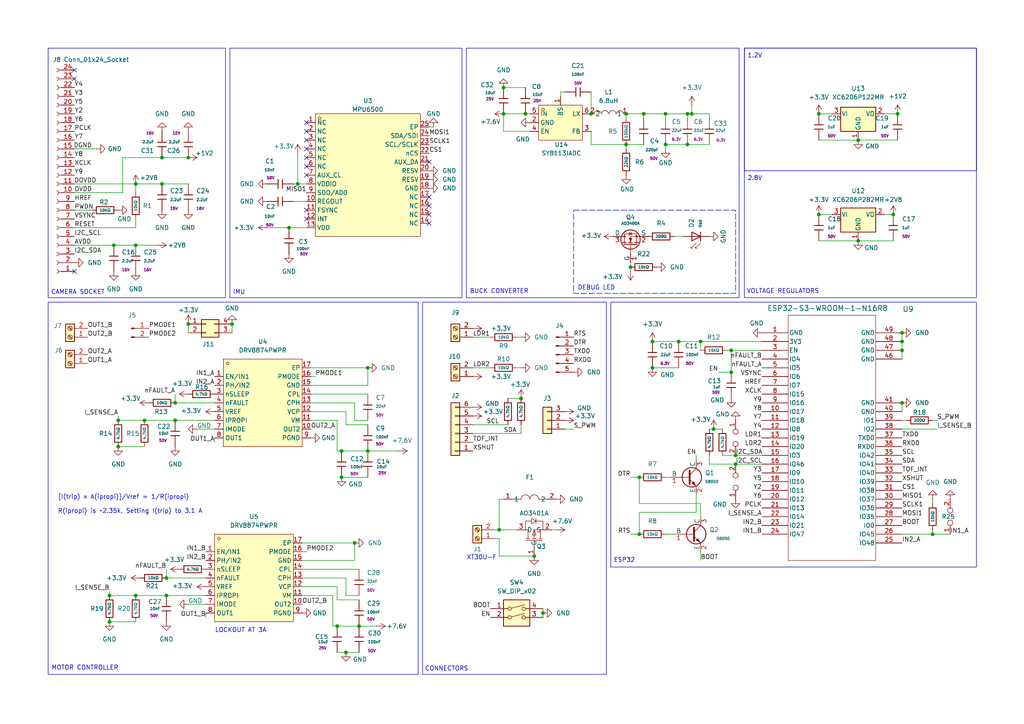
<source format=kicad_sch>
(kicad_sch (version 20250114) (generator "eeschema") (generator_version "9.0")
  (paper "A4")
  (rectangle (start 135.255 13.97) (end 214.376 86.36))
  (rectangle (start 13.97 87.63) (end 121.285 195.58))
  (rectangle (start 215.9 13.97) (end 283.21 86.36))
  (rectangle (start 122.555 87.63) (end 175.895 195.58))
  (rectangle (start 215.9 13.97) (end 283.21 49.53))
  (rectangle (start 177.165 87.63) (end 283.21 164.465))
  (rectangle (start 66.675 13.97) (end 133.985 86.36))
  (rectangle (start 13.97 13.97) (end 65.405 86.36))
  (rectangle (start 166.37 60.96) (end 213.36 85.09) (stroke (width 0) (type dash)))
  (text "IMU\n" (at 69.342 84.836 0) (effects (font (size 1.27 1.27))))
  (text "ESP32\n\n" (at 181.102 163.576 0) (effects (font (size 1.27 1.27))))
  (text "XT30U-F\n" (at 139.7 161.798 0) (effects (font (size 1.27 1.27))))
  (text "DEBUG LED" (at 172.974 83.566 0) (effects (font (size 1.27 1.27))))
  (text "1.2V" (at 218.948 16.256 0) (effects (font (size 1.27 1.27))))
  (text "MOTOR CONTROLLER\n" (at 24.638 193.802 0) (effects (font (size 1.27 1.27) (thickness 0.1588))))
  (text "2.8V" (at 218.948 51.816 0) (effects (font (size 1.27 1.27))))
  (text "CAMERA SOCKET\n" (at 22.606 84.836 0) (effects (font (size 1.27 1.27))))
  (text "BUCK CONVERTER\n" (at 144.78 84.582 0) (effects (font (size 1.27 1.27))))
  (text "CONNECTORS" (at 129.54 194.056 0) (effects (font (size 1.27 1.27))))
  (text "VOLTAGE REGULATORS\n\n" (at 227.076 85.598 0) (effects (font (size 1.27 1.27))))
  (text "[I(trip) x A(ipropi)]/Vref = 1/R(ipropi)\n\nR(ipropi) is ~2.35k. Setting I(trip) to 3.1 A" (at 16.764 146.304 0) (effects (font (size 1.27 1.27)) (justify left)))
  (text "LOCKOUT AT 3A\n" (at 69.85 182.88 0) (effects (font (size 1.27 1.27))))
  (junction (at 189.23 99.06))
  (junction (at 33.02 71.12))
  (junction (at 46.99 45.72))
  (junction (at 39.37 53.34))
  (junction (at 67.31 93.98))
  (junction (at 193.04 33.02))
  (junction (at 86.36 53.34))
  (junction (at 259.08 62.23))
  (junction (at 104.14 181.61))
  (junction (at 46.99 53.34))
  (junction (at 213.36 134.62))
  (junction (at 99.06 138.43))
  (junction (at 146.05 25.4))
  (junction (at 144.78 153.67))
  (junction (at 261.62 101.6))
  (junction (at 31.75 172.72))
  (junction (at 182.88 77.47))
  (junction (at 106.68 130.81))
  (junction (at 39.37 172.72))
  (junction (at 146.05 33.02))
  (junction (at 185.42 138.43))
  (junction (at 270.51 154.94))
  (junction (at 261.62 99.06))
  (junction (at 185.42 154.94))
  (junction (at 54.61 93.98))
  (junction (at 48.26 172.72))
  (junction (at 157.48 177.8))
  (junction (at 200.66 33.02))
  (junction (at 50.8 116.84))
  (junction (at 34.29 121.92))
  (junction (at 99.06 130.81))
  (junction (at 237.49 33.02))
  (junction (at 97.79 181.61))
  (junction (at 83.82 66.04))
  (junction (at 248.92 40.64))
  (junction (at 34.29 129.54))
  (junction (at 181.61 33.02))
  (junction (at 207.01 124.46))
  (junction (at 31.75 180.34))
  (junction (at 193.04 41.91))
  (junction (at 152.4 33.02))
  (junction (at 54.61 45.72))
  (junction (at 213.36 132.08))
  (junction (at 248.92 69.85))
  (junction (at 39.37 71.12))
  (junction (at 41.91 121.92))
  (junction (at 154.94 161.29))
  (junction (at 237.49 62.23))
  (junction (at 212.09 107.95))
  (junction (at 106.68 106.68))
  (junction (at 186.69 33.02))
  (junction (at 199.39 33.02))
  (junction (at 199.39 41.91))
  (junction (at 181.61 41.91))
  (junction (at 151.13 115.57))
  (junction (at 196.85 99.06))
  (junction (at 102.87 157.48))
  (junction (at 48.26 167.64))
  (junction (at 189.23 106.68))
  (junction (at 100.33 189.23))
  (junction (at 261.62 116.84))
  (junction (at 212.09 101.6))
  (junction (at 260.35 33.02))
  (junction (at 203.2 99.06))
  (junction (at 261.62 96.52))
  (junction (at 50.8 121.92))
  (junction (at 171.45 33.02))
  (no_connect (at 21.59 22.86))
  (no_connect (at 124.46 64.77))
  (no_connect (at 88.9 50.8))
  (no_connect (at 124.46 59.69))
  (no_connect (at 88.9 45.72))
  (no_connect (at 124.46 62.23))
  (no_connect (at 124.46 57.15))
  (no_connect (at 88.9 60.96))
  (no_connect (at 21.59 20.32))
  (no_connect (at 88.9 35.56))
  (no_connect (at 124.46 46.99))
  (no_connect (at 21.59 78.74))
  (no_connect (at 88.9 40.64))
  (no_connect (at 88.9 43.18))
  (no_connect (at 88.9 38.1))
  (no_connect (at 88.9 63.5))
  (no_connect (at 88.9 48.26))
  (wire (pts (xy 88.9 160.02) (xy 87.63 160.02)))
  (wire (pts (xy 59.69 179.07) (xy 59.69 177.8)))
  (wire (pts (xy 209.55 124.46) (xy 207.01 124.46)))
  (wire (pts (xy 205.74 132.08) (xy 205.74 134.62)))
  (wire (pts (xy 182.88 78.74) (xy 182.88 77.47)))
  (wire (pts (xy 212.09 107.95) (xy 212.09 101.6)))
  (wire (pts (xy 96.52 172.72) (xy 96.52 181.61)))
  (wire (pts (xy 186.69 33.02) (xy 193.04 33.02)))
  (wire (pts (xy 48.26 172.72) (xy 59.69 172.72)))
  (wire (pts (xy 99.06 138.43) (xy 106.68 138.43)))
  (wire (pts (xy 46.99 45.72) (xy 54.61 45.72)))
  (wire (pts (xy 21.59 60.96) (xy 26.67 60.96)))
  (wire (pts (xy 203.2 99.06) (xy 203.2 101.6)))
  (wire (pts (xy 87.63 172.72) (xy 96.52 172.72)))
  (wire (pts (xy 181.61 34.29) (xy 181.61 33.02)))
  (wire (pts (xy 193.04 41.91) (xy 199.39 41.91)))
  (wire (pts (xy 248.92 69.85) (xy 259.08 69.85)))
  (wire (pts (xy 205.74 34.29) (xy 205.74 33.02)))
  (wire (pts (xy 104.14 172.72) (xy 100.33 172.72)))
  (wire (pts (xy 144.78 144.78) (xy 146.05 144.78)))
  (wire (pts (xy 48.26 167.64) (xy 59.69 167.64)))
  (wire (pts (xy 157.48 179.07) (xy 157.48 177.8)))
  (wire (pts (xy 39.37 53.34) (xy 39.37 55.88)))
  (wire (pts (xy 171.45 41.91) (xy 171.45 38.1)))
  (wire (pts (xy 137.16 97.79) (xy 142.24 97.79)))
  (wire (pts (xy 185.42 148.59) (xy 185.42 154.94)))
  (wire (pts (xy 50.8 114.3) (xy 50.8 116.84)))
  (wire (pts (xy 143.51 156.21) (xy 144.78 156.21)))
  (wire (pts (xy 270.51 121.92) (xy 271.78 121.92)))
  (wire (pts (xy 186.69 34.29) (xy 186.69 33.02)))
  (wire (pts (xy 86.36 53.34) (xy 85.09 53.34)))
  (wire (pts (xy 67.31 93.98) (xy 67.31 96.52)))
  (wire (pts (xy 102.87 116.84) (xy 90.17 116.84)))
  (wire (pts (xy 203.2 162.56) (xy 203.2 160.02)))
  (wire (pts (xy 149.86 97.79) (xy 151.13 97.79)))
  (wire (pts (xy 171.45 33.02) (xy 171.45 26.67)))
  (wire (pts (xy 86.36 53.34) (xy 88.9 53.34)))
  (wire (pts (xy 213.36 134.62) (xy 220.98 134.62)))
  (wire (pts (xy 100.33 167.64) (xy 87.63 167.64)))
  (wire (pts (xy 256.54 33.02) (xy 260.35 33.02)))
  (wire (pts (xy 39.37 53.34) (xy 46.99 53.34)))
  (wire (pts (xy 213.36 132.08) (xy 220.98 132.08)))
  (wire (pts (xy 48.26 165.1) (xy 48.26 167.64)))
  (wire (pts (xy 144.78 156.21) (xy 144.78 161.29)))
  (wire (pts (xy 97.79 170.18) (xy 97.79 173.99)))
  (wire (pts (xy 193.04 33.02) (xy 199.39 33.02)))
  (wire (pts (xy 100.33 172.72) (xy 100.33 167.64)))
  (wire (pts (xy 97.79 173.99) (xy 104.14 173.99)))
  (wire (pts (xy 196.85 99.06) (xy 203.2 99.06)))
  (wire (pts (xy 237.49 40.64) (xy 248.92 40.64)))
  (wire (pts (xy 271.78 124.46) (xy 261.62 124.46)))
  (wire (pts (xy 162.56 27.94) (xy 162.56 26.67)))
  (wire (pts (xy 181.61 33.02) (xy 186.69 33.02)))
  (wire (pts (xy 143.51 153.67) (xy 144.78 153.67)))
  (wire (pts (xy 203.2 99.06) (xy 220.98 99.06)))
  (wire (pts (xy 77.47 66.04) (xy 83.82 66.04)))
  (wire (pts (xy 205.74 124.46) (xy 207.01 124.46)))
  (wire (pts (xy 270.51 153.67) (xy 270.51 154.94)))
  (wire (pts (xy 90.17 121.92) (xy 97.79 121.92)))
  (wire (pts (xy 87.63 170.18) (xy 97.79 170.18)))
  (wire (pts (xy 35.56 55.88) (xy 21.59 55.88)))
  (wire (pts (xy 146.05 38.1) (xy 153.67 38.1)))
  (wire (pts (xy 181.61 41.91) (xy 186.69 41.91)))
  (wire (pts (xy 87.63 162.56) (xy 102.87 162.56)))
  (wire (pts (xy 21.59 43.18) (xy 27.94 43.18)))
  (wire (pts (xy 21.59 71.12) (xy 33.02 71.12)))
  (wire (pts (xy 104.14 181.61) (xy 109.22 181.61)))
  (wire (pts (xy 137.16 123.19) (xy 147.32 123.19)))
  (wire (pts (xy 210.82 101.6) (xy 212.09 101.6)))
  (wire (pts (xy 33.02 71.12) (xy 39.37 71.12)))
  (wire (pts (xy 87.63 165.1) (xy 104.14 165.1)))
  (wire (pts (xy 125.73 36.83) (xy 124.46 36.83)))
  (wire (pts (xy 201.93 148.59) (xy 185.42 148.59)))
  (wire (pts (xy 205.74 134.62) (xy 213.36 134.62)))
  (wire (pts (xy 193.04 138.43) (xy 194.31 138.43)))
  (wire (pts (xy 171.45 41.91) (xy 181.61 41.91)))
  (wire (pts (xy 261.62 99.06) (xy 261.62 101.6)))
  (wire (pts (xy 144.78 153.67) (xy 149.86 153.67)))
  (wire (pts (xy 54.61 175.26) (xy 59.69 175.26)))
  (wire (pts (xy 57.15 124.46) (xy 62.23 124.46)))
  (wire (pts (xy 237.49 33.02) (xy 241.3 33.02)))
  (wire (pts (xy 146.05 25.4) (xy 152.4 25.4)))
  (wire (pts (xy 31.75 171.45) (xy 31.75 172.72)))
  (wire (pts (xy 45.72 71.12) (xy 39.37 71.12)))
  (wire (pts (xy 97.79 121.92) (xy 97.79 130.81)))
  (wire (pts (xy 149.86 106.68) (xy 151.13 106.68)))
  (wire (pts (xy 96.52 181.61) (xy 97.79 181.61)))
  (wire (pts (xy 137.16 106.68) (xy 142.24 106.68)))
  (wire (pts (xy 193.04 33.02) (xy 193.04 34.29)))
  (wire (pts (xy 261.62 96.52) (xy 261.62 99.06)))
  (wire (pts (xy 209.55 132.08) (xy 213.36 132.08)))
  (wire (pts (xy 21.59 53.34) (xy 39.37 53.34)))
  (wire (pts (xy 146.05 33.02) (xy 146.05 38.1)))
  (wire (pts (xy 208.28 107.95) (xy 212.09 107.95)))
  (wire (pts (xy 261.62 101.6) (xy 261.62 104.14)))
  (wire (pts (xy 100.33 189.23) (xy 97.79 189.23)))
  (wire (pts (xy 162.56 26.67) (xy 163.83 26.67)))
  (wire (pts (xy 259.08 62.23) (xy 256.54 62.23)))
  (wire (pts (xy 35.56 45.72) (xy 46.99 45.72)))
  (wire (pts (xy 86.36 44.45) (xy 86.36 53.34)))
  (wire (pts (xy 200.66 33.02) (xy 205.74 33.02)))
  (wire (pts (xy 54.61 93.98) (xy 54.61 96.52)))
  (wire (pts (xy 185.42 146.05) (xy 185.42 138.43)))
  (wire (pts (xy 100.33 189.23) (xy 104.14 189.23)))
  (wire (pts (xy 62.23 128.27) (xy 62.23 127)))
  (wire (pts (xy 212.09 101.6) (xy 220.98 101.6)))
  (wire (pts (xy 83.82 66.04) (xy 88.9 66.04)))
  (wire (pts (xy 34.29 129.54) (xy 41.91 129.54)))
  (wire (pts (xy 100.33 123.19) (xy 106.68 123.19)))
  (wire (pts (xy 144.78 161.29) (xy 154.94 161.29)))
  (wire (pts (xy 193.04 154.94) (xy 195.58 154.94)))
  (wire (pts (xy 31.75 180.34) (xy 39.37 180.34)))
  (wire (pts (xy 39.37 172.72) (xy 48.26 172.72)))
  (wire (pts (xy 237.49 62.23) (xy 241.3 62.23)))
  (wire (pts (xy 90.17 106.68) (xy 106.68 106.68)))
  (wire (pts (xy 35.56 45.72) (xy 35.56 55.88)))
  (wire (pts (xy 34.29 121.92) (xy 41.91 121.92)))
  (wire (pts (xy 203.2 146.05) (xy 185.42 146.05)))
  (wire (pts (xy 50.8 116.84) (xy 62.23 116.84)))
  (wire (pts (xy 199.39 33.02) (xy 199.39 34.29)))
  (wire (pts (xy 39.37 66.04) (xy 39.37 63.5)))
  (wire (pts (xy 151.13 123.19) (xy 151.13 125.73)))
  (wire (pts (xy 90.17 119.38) (xy 100.33 119.38)))
  (wire (pts (xy 201.93 143.51) (xy 201.93 148.59)))
  (wire (pts (xy 146.05 33.02) (xy 152.4 33.02)))
  (wire (pts (xy 90.17 111.76) (xy 106.68 111.76)))
  (wire (pts (xy 199.39 41.91) (xy 205.74 41.91)))
  (wire (pts (xy 50.8 121.92) (xy 62.23 121.92)))
  (wire (pts (xy 152.4 33.02) (xy 153.67 33.02)))
  (wire (pts (xy 147.32 115.57) (xy 151.13 115.57)))
  (wire (pts (xy 270.51 144.78) (xy 270.51 146.05)))
  (wire (pts (xy 182.88 77.47) (xy 182.88 76.2)))
  (wire (pts (xy 106.68 121.92) (xy 102.87 121.92)))
  (wire (pts (xy 34.29 120.65) (xy 34.29 121.92)))
  (wire (pts (xy 248.92 40.64) (xy 260.35 40.64)))
  (wire (pts (xy 181.61 41.91) (xy 181.61 43.18)))
  (wire (pts (xy 182.88 154.94) (xy 185.42 154.94)))
  (wire (pts (xy 270.51 154.94) (xy 261.62 154.94)))
  (wire (pts (xy 270.51 154.94) (xy 275.59 154.94)))
  (wire (pts (xy 203.2 149.86) (xy 203.2 146.05)))
  (wire (pts (xy 189.23 99.06) (xy 196.85 99.06)))
  (wire (pts (xy 189.23 106.68) (xy 196.85 106.68)))
  (wire (pts (xy 106.68 111.76) (xy 106.68 106.68)))
  (wire (pts (xy 166.37 124.46) (xy 163.83 124.46)))
  (wire (pts (xy 198.12 68.58) (xy 195.58 68.58)))
  (wire (pts (xy 160.02 153.67) (xy 161.29 153.67)))
  (wire (pts (xy 144.78 144.78) (xy 144.78 153.67)))
  (wire (pts (xy 137.16 125.73) (xy 151.13 125.73)))
  (wire (pts (xy 106.68 130.81) (xy 115.57 130.81)))
  (wire (pts (xy 157.48 177.8) (xy 157.48 176.53)))
  (wire (pts (xy 85.09 58.42) (xy 88.9 58.42)))
  (wire (pts (xy 31.75 172.72) (xy 39.37 172.72)))
  (wire (pts (xy 261.62 116.84) (xy 261.62 119.38)))
  (wire (pts (xy 90.17 109.22) (xy 91.44 109.22)))
  (wire (pts (xy 97.79 181.61) (xy 104.14 181.61)))
  (wire (pts (xy 102.87 157.48) (xy 87.63 157.48)))
  (wire (pts (xy 102.87 121.92) (xy 102.87 116.84)))
  (wire (pts (xy 237.49 69.85) (xy 248.92 69.85)))
  (wire (pts (xy 102.87 162.56) (xy 102.87 157.48)))
  (wire (pts (xy 100.33 119.38) (xy 100.33 123.19)))
  (wire (pts (xy 201.93 133.35) (xy 201.93 132.08)))
  (wire (pts (xy 261.62 121.92) (xy 262.89 121.92)))
  (wire (pts (xy 182.88 138.43) (xy 185.42 138.43)))
  (wire (pts (xy 193.04 41.91) (xy 193.04 43.18)))
  (wire (pts (xy 41.91 121.92) (xy 50.8 121.92)))
  (wire (pts (xy 46.99 53.34) (xy 54.61 53.34)))
  (wire (pts (xy 21.59 66.04) (xy 39.37 66.04)))
  (wire (pts (xy 199.39 33.02) (xy 200.66 33.02)))
  (wire (pts (xy 97.79 130.81) (xy 99.06 130.81)))
  (wire (pts (xy 90.17 114.3) (xy 106.68 114.3)))
  (wire (pts (xy 200.66 30.48) (xy 200.66 33.02)))
  (wire (pts (xy 99.06 130.81) (xy 106.68 130.81)))
  (label "S_PWM" (at 166.37 124.46 0))
  (label "I2C_SCL" (at 21.59 68.58 0))
  (label "PMODE1" (at 43.18 95.25 0))
  (label "OUT1_B" (at 59.69 179.07 180))
  (label "S_PWM" (at 271.78 121.92 0))
  (label "IN1_A" (at 275.59 154.94 0))
  (label "LDR1" (at 137.16 97.79 0))
  (label "DOVDD" (at 27.94 53.34 180))
  (label "I2C_SDA" (at 21.59 73.66 0))
  (label "IN1_B" (at 59.69 160.02 180))
  (label "PWDN" (at 21.59 60.96 0))
  (label "IN2_A" (at 261.62 157.48 0))
  (label "LDR1" (at 220.98 127 180))
  (label "IN2_A" (at 62.23 111.76 180))
  (label "XSHUT" (at 261.62 139.7 0))
  (label "I2C_SDA" (at 213.36 132.08 0))
  (label "MOSI1" (at 261.62 149.86 0))
  (label "DVDD" (at 21.59 55.88 0))
  (label "SCL" (at 261.62 132.08 0))
  (label "Y5" (at 21.59 30.48 0))
  (label "Y9" (at 21.59 50.8 0))
  (label "Y5" (at 220.98 139.7 180))
  (label "RESET" (at 21.59 66.04 0))
  (label "IN2_B" (at 59.69 162.56 180))
  (label "VSYNC" (at 21.59 63.5 0))
  (label "TXD0" (at 261.62 127 0))
  (label "SCLK1" (at 261.62 147.32 0))
  (label "HREF" (at 21.59 58.42 0))
  (label "RTS" (at 182.88 154.94 180))
  (label "TOF_INT" (at 261.62 137.16 0))
  (label "I_SENSE_B" (at 271.78 124.46 0))
  (label "OUT2_A" (at 25.4 102.87 0))
  (label "OUT2_B" (at 25.4 97.79 0))
  (label "PMODE2" (at 88.9 160.02 0))
  (label "SCLK1" (at 124.46 41.91 0))
  (label "AVDD" (at 21.59 71.12 0))
  (label "XSHUT" (at 137.16 130.81 0))
  (label "IN1_B" (at 220.98 154.94 180))
  (label "MISO1" (at 88.9 55.88 180))
  (label "Y3" (at 220.98 137.16 180))
  (label "OUT2_B" (at 87.63 175.26 0))
  (label "MISO1" (at 261.62 144.78 0))
  (label "DGND" (at 26.67 43.18 180))
  (label "BOOT" (at 261.62 152.4 0))
  (label "Y8" (at 21.59 45.72 0))
  (label "I2C_SCL" (at 213.36 134.62 0))
  (label "SCL" (at 144.78 123.19 180))
  (label "PCLK" (at 21.59 38.1 0))
  (label "RTS" (at 166.37 97.79 0))
  (label "XCLK" (at 21.59 48.26 0))
  (label "VSYNC" (at 220.98 109.22 180))
  (label "nFAULT_A" (at 220.98 106.68 180))
  (label "PMODE1" (at 91.44 109.22 0))
  (label "HREF" (at 220.98 111.76 180))
  (label "Y7" (at 21.59 40.64 0))
  (label "TOF_INT" (at 137.16 128.27 0))
  (label "nFAULT_B" (at 220.98 104.14 180))
  (label "IN2_B" (at 220.98 152.4 180))
  (label "Y6" (at 21.59 35.56 0))
  (label "LDR2" (at 220.98 129.54 180))
  (label "OUT2_A" (at 90.17 124.46 0))
  (label "BOOT" (at 142.24 176.53 180))
  (label "Y6" (at 220.98 144.78 180))
  (label "TXD0" (at 166.37 102.87 0))
  (label "OUT1_A" (at 62.23 128.27 180))
  (label "RXD0" (at 166.37 105.41 0))
  (label "OUT1_B" (at 25.4 95.25 0))
  (label "SDA" (at 261.62 134.62 0))
  (label "Y2" (at 220.98 142.24 180))
  (label "I_SENSE_A" (at 220.98 149.86 180))
  (label "SDA" (at 149.86 125.73 180))
  (label "nFAULT_B" (at 48.26 165.1 180))
  (label "DTR" (at 182.88 138.43 180))
  (label "I_SENSE_B" (at 31.75 171.45 180))
  (label "CS1" (at 124.46 44.45 0))
  (label "XCLK" (at 220.98 114.3 180))
  (label "EN" (at 208.28 107.95 180))
  (label "Y8" (at 220.98 119.38 180))
  (label "I_SENSE_A" (at 34.29 120.65 180))
  (label "PCLK" (at 220.98 147.32 180))
  (label "CS1" (at 261.62 142.24 0))
  (label "Y7" (at 220.98 121.92 180))
  (label "DTR" (at 166.37 100.33 0))
  (label "RXD0" (at 261.62 129.54 0))
  (label "Y2" (at 21.59 33.02 0))
  (label "Y4" (at 21.59 25.4 0))
  (label "IN1_A" (at 62.23 109.22 180))
  (label "EN" (at 201.93 132.08 180))
  (label "MOSI1" (at 124.46 39.37 0))
  (label "EN" (at 142.24 179.07 180))
  (label "OUT1_A" (at 25.4 105.41 0))
  (label "nFAULT_A" (at 50.8 114.3 180))
  (label "Y4" (at 220.98 124.46 180))
  (label "Y9" (at 220.98 116.84 180))
  (label "BOOT" (at 203.2 162.56 0))
  (label "LDR2" (at 137.16 106.68 0))
  (label "PMODE2" (at 43.18 97.79 0))
  (label "Y3" (at 21.59 27.94 0))
  (symbol (lib_id "power:GND") (at 270.51 144.78 180) (unit 1)
    (property "Reference" "#PWR077" (effects (hide yes)))
    (property "Value" "GND" (at 270.51 139.954 0))
    (property "Description" "Power symbol creates a global label with name \"GND\" , ground" (effects (hide yes)))
  )
  (symbol (lib_id "PCM_JLCPCB-Capacitors:0603,100nF") (at 104.14 177.8 0) (unit 1)
    (property "Reference" "C29" (at 106.426 175.006 0) (effects (justify left)))
    (property "Value" "100nF" (at 106.426 177.5461 0) (effects (font (size 0.8 0.8)) (justify left)))
    (property "Footprint" "PCM_JLCPCB:C_0603" (effects (hide yes)))
    (property "Datasheet" "https://www.lcsc.com/datasheet/lcsc_datasheet_2211101700_YAGEO-CC0603KRX7R9BB104_C14663.pdf" (effects (hide yes)))
    (property "Description" "50V 100nF X7R ±10% 0603 Multilayer Ceramic Capacitors MLCC - SMD/SMT ROHS" (effects (hide yes)))
    (property "LCSC" "C14663" (effects (hide yes)))
    (property "Stock" "70324515" (effects (hide yes)))
    (property "Price" "0.006USD" (effects (hide yes)))
    (property "Process" "SMT" (effects (hide yes)))
    (property "Minimum Qty" "20" (effects (hide yes)))
    (property "Attrition Qty" "10" (effects (hide yes)))
    (property "Class" "Basic Component" (effects (hide yes)))
    (property "Category" "Capacitors,Multilayer Ceramic Capacitors MLCC - SMD/SMT" (effects (hide yes)))
    (property "Manufacturer" "YAGEO" (effects (hide yes)))
    (property "Part" "CC0603KRX7R9BB104" (effects (hide yes)))
    (property "Voltage Rated" "50V" (at 106.426 179.5781 0) (effects (font (size 0.8 0.8)) (justify left)))
    (property "Tolerance" "±10%" (effects (hide yes)))
    (property "Capacitance" "100nF" (effects (hide yes)))
    (property "Temperature Coefficient" "X7R" (effects (hide yes)))
  )
  (symbol (lib_id "power:+3.3V") (at 52.07 165.1 90) (unit 1)
    (property "Reference" "#PWR083" (effects (hide yes)))
    (property "Value" "+3.3V" (at 50.546 162.306 90))
    (property "Description" "Power symbol creates a global label with name \"+3.3V\"" (effects (hide yes)))
  )
  (symbol (lib_id "power:GND") (at 124.46 54.61 90) (unit 1)
    (property "Reference" "#PWR020" (effects (hide yes)))
    (property "Value" "GND" (at 128.27 54.6099 90) (effects (justify right)))
    (property "Description" "Power symbol creates a global label with name \"GND\" , ground" (effects (hide yes)))
  )
  (symbol (lib_id "power:+3.3V") (at 146.05 33.02 90) (unit 1)
    (property "Reference" "#PWR032" (effects (hide yes)))
    (property "Value" "+7.6V" (at 142.24 35.306 90))
    (property "Description" "Power symbol creates a global label with name \"+3.3V\"" (effects (hide yes)))
  )
  (symbol (lib_id "power:GND") (at 205.74 68.58 90) (unit 1)
    (property "Reference" "#PWR010" (effects (hide yes)))
    (property "Value" "GND" (at 209.804 68.58 0))
    (property "Description" "Power symbol creates a global label with name \"GND\" , ground" (effects (hide yes)))
  )
  (symbol (lib_id "power:GND") (at 124.46 52.07 90) (unit 1)
    (property "Reference" "#PWR015" (effects (hide yes)))
    (property "Value" "GND" (at 128.27 52.0699 90) (effects (justify right)))
    (property "Description" "Power symbol creates a global label with name \"GND\" , ground" (effects (hide yes)))
  )
  (symbol (lib_id "power:GND") (at 77.47 58.42 270) (unit 1)
    (property "Reference" "#PWR017" (effects (hide yes)))
    (property "Value" "GND" (at 73.66 58.4199 90) (effects (justify right)))
    (property "Description" "Power symbol creates a global label with name \"GND\" , ground" (effects (hide yes)))
  )
  (symbol (lib_id "power:GND") (at 67.31 93.98 180) (unit 1)
    (property "Reference" "#PWR014" (effects (hide yes)))
    (property "Value" "GND" (at 67.31 89.408 0))
    (property "Description" "Power symbol creates a global label with name \"GND\" , ground" (effects (hide yes)))
  )
  (symbol (lib_id "power:+3.3V") (at 59.69 170.18 90) (unit 1)
    (property "Reference" "#PWR075" (effects (hide yes)))
    (property "Value" "+3.3V" (at 52.832 169.926 90))
    (property "Description" "Power symbol creates a global label with name \"+3.3V\"" (effects (hide yes)))
  )
  (symbol (lib_id "PCM_JLCPCB-Resistors:0603,10kΩ") (at 146.05 106.68 90) (unit 1)
    (property "Reference" "R10" (at 146.05 104.14 90))
    (property "Value" "10kΩ" (at 146.05 106.68 90) (effects (font (size 0.8 0.8))))
    (property "Footprint" "PCM_JLCPCB:R_0603" (effects (hide yes)))
    (property "Datasheet" "https://www.lcsc.com/datasheet/lcsc_datasheet_2206010045_UNI-ROYAL-Uniroyal-Elec-0603WAF1002T5E_C25804.pdf" (effects (hide yes)))
    (property "Description" "100mW Thick Film Resistors 75V ±100ppm/°C ±1% 10kΩ 0603 Chip Resistor - Surface Mount ROHS" (effects (hide yes)))
    (property "LCSC" "C25804" (effects (hide yes)))
    (property "Stock" "51181774" (effects (hide yes)))
    (property "Price" "0.004USD" (effects (hide yes)))
    (property "Process" "SMT" (effects (hide yes)))
    (property "Minimum Qty" "20" (effects (hide yes)))
    (property "Attrition Qty" "10" (effects (hide yes)))
    (property "Class" "Basic Component" (effects (hide yes)))
    (property "Category" "Resistors,Chip Resistor - Surface Mount" (effects (hide yes)))
    (property "Manufacturer" "UNI-ROYAL(Uniroyal Elec)" (effects (hide yes)))
    (property "Part" "0603WAF1002T5E" (effects (hide yes)))
    (property "Resistance" "10kΩ" (effects (hide yes)))
    (property "Power(Watts)" "100mW" (effects (hide yes)))
    (property "Type" "Thick Film Resistors" (effects (hide yes)))
    (property "Overload Voltage (Max)" "75V" (effects (hide yes)))
    (property "Operating Temperature Range" "-55°C~+155°C" (effects (hide yes)))
    (property "Tolerance" "±1%" (effects (hide yes)))
    (property "Temperature Coefficient" "±100ppm/°C" (effects (hide yes)))
  )
  (symbol (lib_id "PCM_JLCPCB-Resistors:0603,10kΩ") (at 189.23 138.43 90) (unit 1)
    (property "Reference" "R7" (at 189.23 134.62 90))
    (property "Value" "10kΩ" (at 189.23 138.43 90) (effects (font (size 0.8 0.8))))
    (property "Footprint" "PCM_JLCPCB:R_0603" (effects (hide yes)))
    (property "Datasheet" "https://www.lcsc.com/datasheet/lcsc_datasheet_2206010045_UNI-ROYAL-Uniroyal-Elec-0603WAF1002T5E_C25804.pdf" (effects (hide yes)))
    (property "Description" "100mW Thick Film Resistors 75V ±100ppm/°C ±1% 10kΩ 0603 Chip Resistor - Surface Mount ROHS" (effects (hide yes)))
    (property "LCSC" "C25804" (effects (hide yes)))
    (property "Stock" "51181774" (effects (hide yes)))
    (property "Price" "0.004USD" (effects (hide yes)))
    (property "Process" "SMT" (effects (hide yes)))
    (property "Minimum Qty" "20" (effects (hide yes)))
    (property "Attrition Qty" "10" (effects (hide yes)))
    (property "Class" "Basic Component" (effects (hide yes)))
    (property "Category" "Resistors,Chip Resistor - Surface Mount" (effects (hide yes)))
    (property "Manufacturer" "UNI-ROYAL(Uniroyal Elec)" (effects (hide yes)))
    (property "Part" "0603WAF1002T5E" (effects (hide yes)))
    (property "Resistance" "10kΩ" (effects (hide yes)))
    (property "Power(Watts)" "100mW" (effects (hide yes)))
    (property "Type" "Thick Film Resistors" (effects (hide yes)))
    (property "Overload Voltage (Max)" "75V" (effects (hide yes)))
    (property "Operating Temperature Range" "-55°C~+155°C" (effects (hide yes)))
    (property "Tolerance" "±1%" (effects (hide yes)))
    (property "Temperature Coefficient" "±100ppm/°C" (effects (hide yes)))
  )
  (symbol (lib_id "PCM_JLCPCB-Capacitors:0603,10uF,(2)") (at 146.05 29.21 0) (mirror y) (unit 1)
    (property "Reference" "C32" (at 143.256 24.638 0) (effects (justify left)))
    (property "Value" "10uF" (at 143.764 26.924 0) (effects (font (size 0.8 0.8)) (justify left)))
    (property "Footprint" "PCM_JLCPCB:C_0603" (effects (hide yes)))
    (property "Datasheet" "https://www.lcsc.com/datasheet/lcsc_datasheet_2304140030_Samsung-Electro-Mechanics-CL10A106MA8NRNC_C96446.pdf" (effects (hide yes)))
    (property "Description" "25V 10uF X5R ±20% 0603 Multilayer Ceramic Capacitors MLCC - SMD/SMT ROHS" (effects (hide yes)))
    (property "LCSC" "C96446" (effects (hide yes)))
    (property "Stock" "3388297" (effects (hide yes)))
    (property "Price" "0.021USD" (effects (hide yes)))
    (property "Process" "SMT" (effects (hide yes)))
    (property "Minimum Qty" "20" (effects (hide yes)))
    (property "Attrition Qty" "8" (effects (hide yes)))
    (property "Class" "Basic Component" (effects (hide yes)))
    (property "Category" "Capacitors,Multilayer Ceramic Capacitors MLCC - SMD/SMT" (effects (hide yes)))
    (property "Manufacturer" "Samsung Electro-Mechanics" (effects (hide yes)))
    (property "Part" "CL10A106MA8NRNC" (effects (hide yes)))
    (property "Voltage Rated" "25V" (at 143.256 28.702 0) (effects (font (size 0.8 0.8)) (justify left)))
    (property "Tolerance" "±20%" (effects (hide yes)))
    (property "Capacitance" "10uF" (effects (hide yes)))
    (property "Temperature Coefficient" "X5R" (effects (hide yes)))
  )
  (symbol (lib_id "power:GND") (at 48.26 180.34 0) (unit 1)
    (property "Reference" "#PWR073" (effects (hide yes)))
    (property "Value" "GND" (at 48.26 185.42 0))
    (property "Description" "Power symbol creates a global label with name \"GND\" , ground" (effects (hide yes)))
  )
  (symbol (lib_id "power:+2V8") (at 259.08 62.23 0) (unit 1)
    (property "Reference" "#PWR042" (effects (hide yes)))
    (property "Value" "+2V8" (at 259.08 57.912 0))
    (property "Description" "Power symbol creates a global label with name \"+2V8\"" (effects (hide yes)))
  )
  (symbol (lib_id "Regulator_Linear:XC6206PxxxMR") (at 248.92 62.23 0) (unit 1)
    (property "Reference" "U12" (at 248.92 55.372 0))
    (property "Value" "XC6206P282MR" (at 248.92 57.912 0))
    (property "Footprint" "Package_TO_SOT_SMD:SOT-23-3" (effects (hide yes)))
    (property "Datasheet" "https://www.torexsemi.com/file/xc6206/XC6206.pdf" (effects (hide yes)))
    (property "Description" "Positive 60-250mA Low Dropout Regulator, Fixed Output, SOT-23" (effects (hide yes)))
    (property "LCSC" "C14255" (effects (hide yes)))
  )
  (symbol (lib_id "power:+3.3V") (at 151.13 115.57 0) (unit 1)
    (property "Reference" "#PWR040" (effects (hide yes)))
    (property "Value" "+3.3V" (at 150.876 111.506 0))
    (property "Description" "Power symbol creates a global label with name \"+3.3V\"" (effects (hide yes)))
  )
  (symbol (lib_id "power:GND") (at 54.61 38.1 180) (unit 1)
    (property "Reference" "#PWR070" (effects (hide yes)))
    (property "Value" "GND" (at 54.61 33.02 0))
    (property "Description" "Power symbol creates a global label with name \"GND\" , ground" (effects (hide yes)))
  )
  (symbol (lib_id "power:GND") (at 50.8 129.54 0) (unit 1)
    (property "Reference" "#PWR059" (effects (hide yes)))
    (property "Value" "GND" (at 50.8 134.62 0))
    (property "Description" "Power symbol creates a global label with name \"GND\" , ground" (effects (hide yes)))
  )
  (symbol (lib_id "power:+1V2") (at 260.35 33.02 0) (unit 1)
    (property "Reference" "#PWR047" (effects (hide yes)))
    (property "Value" "+1V2" (at 260.35 27.94 0))
    (property "Description" "Power symbol creates a global label with name \"+1V2\"" (effects (hide yes)))
  )
  (symbol (lib_id "power:GND") (at 39.37 78.74 0) (unit 1)
    (property "Reference" "#PWR069" (effects (hide yes)))
    (property "Value" "GND" (at 39.37 83.82 0))
    (property "Description" "Power symbol creates a global label with name \"GND\" , ground" (effects (hide yes)))
  )
  (symbol (lib_id "Connector_Generic:Conn_01x03") (at 158.75 121.92 180) (unit 1)
    (property "Reference" "J3" (at 158.75 115.57 0))
    (property "Value" "Conn_01x03" (effects (hide yes)))
    (property "Footprint" "easyeda2kicad:JST_B3B-PH-K-S" (effects (hide yes)))
    (property "Description" "Generic connector, single row, 01x03, script generated (kicad-library-utils/schlib/autogen/connector/)" (effects (hide yes)))
    (property "LCSC" "C131339" (effects (hide yes)))
  )
  (symbol (lib_id "power:GND") (at 248.92 69.85 0) (unit 1)
    (property "Reference" "#PWR045" (effects (hide yes)))
    (property "Value" "GND" (at 252.73 71.882 0))
    (property "Description" "Power symbol creates a global label with name \"GND\" , ground" (effects (hide yes)))
  )
  (symbol (lib_id "power:+3.3V") (at 115.57 130.81 270) (unit 1)
    (property "Reference" "#PWR052" (effects (hide yes)))
    (property "Value" "+7.6V" (at 116.586 127.762 90))
    (property "Description" "Power symbol creates a global label with name \"+3.3V\"" (effects (hide yes)))
  )
  (symbol (lib_id "Connector:Screw_Terminal_01x02") (at 132.08 109.22 180) (unit 1)
    (property "Reference" "J10" (at 131.826 103.378 0))
    (property "Value" "Screw_Terminal_01x02" (effects (hide yes)))
    (property "Footprint" "easyeda2kicad:JST_B2B-PH-K-S" (effects (hide yes)))
    (property "Description" "Generic screw terminal, single row, 01x02, script generated (kicad-library-utils/schlib/autogen/connector/)" (effects (hide yes)))
    (property "LCSC" "C131337" (effects (hide yes)))
  )
  (symbol (lib_id "power:GND") (at 100.33 189.23 0) (unit 1)
    (property "Reference" "#PWR025" (effects (hide yes)))
    (property "Value" "GND" (at 104.394 191.262 0))
    (property "Description" "Power symbol creates a global label with name \"GND\" , ground" (effects (hide yes)))
  )
  (symbol (lib_id "easyeda2kicad:SWPA6028S6R8MT") (at 176.53 33.02 180) (unit 1)
    (property "Reference" "L1" (at 176.53 26.67 0))
    (property "Value" "6.8uH" (at 176.53 29.21 0))
    (property "Footprint" "easyeda2kicad:IND-SMD_L6.0-W6.0" (effects (hide yes)))
    (property "Description" "3A 6.8uH Magnetic Shielded Inductor ±20% SMD,6x6mm Power Inductors ROHS" (effects (hide yes)))
    (property "LCSC" "C341066" (effects (hide yes)))
  )
  (symbol (lib_id "power:VD") (at 137.16 118.11 270) (unit 1)
    (property "Reference" "#PWR07" (effects (hide yes)))
    (property "Value" "GND" (at 142.748 117.094 90))
    (property "Description" "Power symbol creates a global label with name \"VD\"" (effects (hide yes)))
  )
  (symbol (lib_id "power:GND") (at 213.36 121.92 180) (unit 1)
    (property "Reference" "#PWR054" (effects (hide yes)))
    (property "Value" "GND" (at 207.518 120.142 0) (effects (justify right)))
    (property "Description" "Power symbol creates a global label with name \"GND\" , ground" (effects (hide yes)))
  )
  (symbol (lib_id "PCM_JLCPCB-Capacitors:0603,1uF") (at 237.49 66.04 0) (unit 1)
    (property "Reference" "C18" (at 240.03 63.4999 0) (effects (justify left)))
    (property "Value" "1uF" (at 240.03 66.04 0) (effects (font (size 0.8 0.8)) (justify left)))
    (property "Footprint" "PCM_JLCPCB:C_0603" (effects (hide yes)))
    (property "Datasheet" "https://www.lcsc.com/datasheet/lcsc_datasheet_2304140030_Samsung-Electro-Mechanics-CL10A105KB8NNNC_C15849.pdf" (effects (hide yes)))
    (property "Description" "50V 1uF X5R ±10% 0603 Multilayer Ceramic Capacitors MLCC - SMD/SMT ROHS" (effects (hide yes)))
    (property "LCSC" "C15849" (effects (hide yes)))
    (property "Stock" "11535980" (effects (hide yes)))
    (property "Price" "0.008USD" (effects (hide yes)))
    (property "Process" "SMT" (effects (hide yes)))
    (property "Minimum Qty" "20" (effects (hide yes)))
    (property "Attrition Qty" "10" (effects (hide yes)))
    (property "Class" "Basic Component" (effects (hide yes)))
    (property "Category" "Capacitors,Multilayer Ceramic Capacitors MLCC - SMD/SMT" (effects (hide yes)))
    (property "Manufacturer" "Samsung Electro-Mechanics" (effects (hide yes)))
    (property "Part" "CL10A105KB8NNNC" (effects (hide yes)))
    (property "Voltage Rated" "50V" (at 240.03 68.58 0) (effects (font (size 0.8 0.8)) (justify left)))
    (property "Tolerance" "±10%" (effects (hide yes)))
    (property "Capacitance" "1uF" (effects (hide yes)))
    (property "Temperature Coefficient" "X5R" (effects (hide yes)))
  )
  (symbol (lib_id "Connector:TestPoint_2Pole") (at 213.36 139.7 90) (unit 1)
    (property "Reference" "TP1" (effects (hide yes)))
    (property "Value" "TestPoint_2Pole" (effects (hide yes)))
    (property "Description" "2-polar test point" (effects (hide yes)))
  )
  (symbol (lib_id "PCM_JLCPCB-Diodes:LED,0603,Red") (at 201.93 68.58 90) (unit 1)
    (property "Reference" "D2" (at 200.5646 66.04 0) (effects (justify left)))
    (property "Value" "Red" (at 203.1047 66.04 0) (effects (font (size 0.8 0.8)) (justify left)))
    (property "Footprint" "PCM_JLCPCB:D_0603" (effects (hide yes)))
    (property "Datasheet" "https://www.lcsc.com/datasheet/lcsc_datasheet_1810231112_Hubei-KENTO-Elec-KT-0603R_C2286.pdf" (effects (hide yes)))
    (property "Description" "-40°C~+85°C Red 0603 LED Indication - Discrete ROHS" (effects (hide yes)))
    (property "LCSC" "C2286" (effects (hide yes)))
    (property "Stock" "5373336" (effects (hide yes)))
    (property "Price" "0.009USD" (effects (hide yes)))
    (property "Process" "SMT" (effects (hide yes)))
    (property "Minimum Qty" "20" (effects (hide yes)))
    (property "Attrition Qty" "10" (effects (hide yes)))
    (property "Class" "Basic Component" (effects (hide yes)))
    (property "Category" "Optocouplers & LEDs & Infrared,Light Emitting Diodes (LED)" (effects (hide yes)))
    (property "Manufacturer" "Hubei KENTO Elec" (effects (hide yes)))
    (property "Part" "KT-0603R" (effects (hide yes)))
  )
  (symbol (lib_id "PCM_JLCPCB-Transistors:NPN,S8050") (at 200.66 154.94 0) (unit 1)
    (property "Reference" "Q2" (at 205.74 153.6699 0) (effects (justify left)))
    (property "Value" "S8050" (at 207.772 156.21 0) (effects (font (size 0.8 0.8)) (justify left)))
    (property "Footprint" "PCM_JLCPCB:Q_SOT-23" (effects (hide yes)))
    (property "Datasheet" "https://www.lcsc.com/datasheet/lcsc_datasheet_2407101108_MDD-Microdiode-Semiconductor-S8050-J3Y_C364312.pdf" (effects (hide yes)))
    (property "Description" "25V 300mW 120@50mA,1V 500mA NPN SOT-23 Bipolar (BJT) ROHS" (effects (hide yes)))
    (property "LCSC" "C364312" (effects (hide yes)))
    (property "Stock" "567929" (effects (hide yes)))
    (property "Price" "0.013USD" (effects (hide yes)))
    (property "Process" "SMT" (effects (hide yes)))
    (property "Minimum Qty" "10" (effects (hide yes)))
    (property "Attrition Qty" "5" (effects (hide yes)))
    (property "Class" "Preferred Component" (effects (hide yes)))
    (property "Category" "Transistors,Bipolar Transistors - BJT" (effects (hide yes)))
    (property "Manufacturer" "MDD（Microdiode Electronics）" (effects (hide yes)))
    (property "Part" "S8050" (effects (hide yes)))
    (property "Transition Frequency (fT)" "150MHz" (effects (hide yes)))
    (property "Operating Temperature" "-55°C~+150°C" (effects (hide yes)))
    (property "Collector Cut-Off Current (Icbo)" "100nA" (effects (hide yes)))
    (property "Transistor Type" "NPN" (effects (hide yes)))
    (property "DC Current Gain (hFE@Ic,Vce)" "120@500mA,1V" (effects (hide yes)))
    (property "Power Dissipation (Pd)" "300mW" (effects (hide yes)))
    (property "Collector Current (Ic)" "500mA" (effects (hide yes)))
    (property "Collector-Emitter Saturation Voltage (VCE(sat)@Ic,Ib)" "600mV@500mA,50mA" (effects (hide yes)))
    (property "Collector-Emitter Breakdown Voltage (Vceo)" "25V" (effects (hide yes)))
  )
  (symbol (lib_id "Connector_Generic:Conn_01x06") (at 132.08 125.73 180) (unit 1)
    (property "Reference" "J2" (at 132.08 114.808 0))
    (property "Value" "Conn_01x06" (effects (hide yes)))
    (property "Footprint" "easyeda2kicad:JST_B6B-PH-K-S" (effects (hide yes)))
    (property "Description" "Generic connector, single row, 01x06, script generated (kicad-library-utils/schlib/autogen/connector/)" (effects (hide yes)))
    (property "LCSC" "C131342" (effects (hide yes)))
  )
  (symbol (lib_id "power:+1V2") (at 54.61 45.72 270) (unit 1)
    (property "Reference" "#PWR065" (effects (hide yes)))
    (property "Value" "+1V2" (at 56.642 44.45 90) (effects (justify left)))
    (property "Description" "Power symbol creates a global label with name \"+1V2\"" (effects (hide yes)))
  )
  (symbol (lib_id "power:GND") (at 46.99 38.1 180) (unit 1)
    (property "Reference" "#PWR081" (effects (hide yes)))
    (property "Value" "GND" (at 46.99 33.02 0))
    (property "Description" "Power symbol creates a global label with name \"GND\" , ground" (effects (hide yes)))
  )
  (symbol (lib_id "PCM_JLCPCB-Resistors:0402,200Ω") (at 191.77 68.58 90) (unit 1)
    (property "Reference" "R4" (at 191.77 64.77 90))
    (property "Value" "200Ω" (at 191.77 68.58 90) (effects (font (size 0.8 0.8))))
    (property "Footprint" "PCM_JLCPCB:R_0402" (effects (hide yes)))
    (property "Datasheet" "https://www.lcsc.com/datasheet/lcsc_datasheet_2205311900_UNI-ROYAL-Uniroyal-Elec-0402WGF2000TCE_C25087.pdf" (effects (hide yes)))
    (property "Description" "62.5mW Thick Film Resistors 50V ±100ppm/°C ±1% 200Ω 0402 Chip Resistor - Surface Mount ROHS" (effects (hide yes)))
    (property "LCSC" "C25087" (effects (hide yes)))
    (property "Stock" "581668" (effects (hide yes)))
    (property "Price" "0.004USD" (effects (hide yes)))
    (property "Process" "SMT" (effects (hide yes)))
    (property "Minimum Qty" "20" (effects (hide yes)))
    (property "Attrition Qty" "10" (effects (hide yes)))
    (property "Class" "Basic Component" (effects (hide yes)))
    (property "Category" "Resistors,Chip Resistor - Surface Mount" (effects (hide yes)))
    (property "Manufacturer" "UNI-ROYAL(Uniroyal Elec)" (effects (hide yes)))
    (property "Part" "0402WGF2000TCE" (effects (hide yes)))
    (property "Resistance" "200Ω" (effects (hide yes)))
    (property "Power(Watts)" "62.5mW" (effects (hide yes)))
    (property "Type" "Thick Film Resistors" (effects (hide yes)))
    (property "Overload Voltage (Max)" "50V" (effects (hide yes)))
    (property "Operating Temperature Range" "-55°C~+155°C" (effects (hide yes)))
    (property "Tolerance" "±1%" (effects (hide yes)))
    (property "Temperature Coefficient" "±100ppm/°C" (effects (hide yes)))
  )
  (symbol (lib_id "power:GND") (at 21.59 76.2 90) (unit 1)
    (property "Reference" "#PWR021" (effects (hide yes)))
    (property "Value" "GND" (at 25.4 76.1999 90) (effects (justify right)))
    (property "Description" "Power symbol creates a global label with name \"GND\" , ground" (effects (hide yes)))
  )
  (symbol (lib_id "power:GND") (at 220.98 96.52 270) (unit 1)
    (property "Reference" "#PWR035" (effects (hide yes)))
    (property "Value" "GND" (at 221.488 93.726 90) (effects (justify right)))
    (property "Description" "Power symbol creates a global label with name \"GND\" , ground" (effects (hide yes)))
  )
  (symbol (lib_id "power:+2V8") (at 45.72 71.12 270) (unit 1)
    (property "Reference" "#PWR064" (effects (hide yes)))
    (property "Value" "+2V8" (at 51.308 71.12 90))
    (property "Description" "Power symbol creates a global label with name \"+2V8\"" (effects (hide yes)))
  )
  (symbol (lib_id "power:+3.3V") (at 86.36 44.45 0) (unit 1)
    (property "Reference" "#PWR011" (effects (hide yes)))
    (property "Value" "+3.3V" (at 82.296 42.418 0))
    (property "Description" "Power symbol creates a global label with name \"+3.3V\"" (effects (hide yes)))
  )
  (symbol (lib_id "PCM_JLCPCB-Capacitors:0603,2.2uF") (at 54.61 41.91 180) (unit 1)
    (property "Reference" "C26" (at 52.324 43.688 0) (effects (justify left)))
    (property "Value" "2.2uF" (at 52.324 41.1479 0) (effects (font (size 0.8 0.8)) (justify left)))
    (property "Footprint" "PCM_JLCPCB:C_0603" (effects (hide yes)))
    (property "Datasheet" "https://www.lcsc.com/datasheet/lcsc_datasheet_2304140030_Samsung-Electro-Mechanics-CL10A225KO8NNNC_C23630.pdf" (effects (hide yes)))
    (property "Description" "16V 2.2uF X5R ±10% 0603 Multilayer Ceramic Capacitors MLCC - SMD/SMT ROHS" (effects (hide yes)))
    (property "LCSC" "C23630" (effects (hide yes)))
    (property "Stock" "2585089" (effects (hide yes)))
    (property "Price" "0.009USD" (effects (hide yes)))
    (property "Process" "SMT" (effects (hide yes)))
    (property "Minimum Qty" "20" (effects (hide yes)))
    (property "Attrition Qty" "10" (effects (hide yes)))
    (property "Class" "Basic Component" (effects (hide yes)))
    (property "Category" "Capacitors,Multilayer Ceramic Capacitors MLCC - SMD/SMT" (effects (hide yes)))
    (property "Manufacturer" "Samsung Electro-Mechanics" (effects (hide yes)))
    (property "Part" "CL10A225KO8NNNC" (effects (hide yes)))
    (property "Voltage Rated" "16V" (at 52.324 38.6079 0) (effects (font (size 0.8 0.8)) (justify left)))
    (property "Tolerance" "±10%" (effects (hide yes)))
    (property "Capacitance" "2.2uF" (effects (hide yes)))
    (property "Temperature Coefficient" "X5R" (effects (hide yes)))
  )
  (symbol (lib_id "Connector_Generic:Conn_02x02_Counter_Clockwise") (at 59.69 93.98 0) (unit 1)
    (property "Reference" "J11" (at 60.452 99.822 0))
    (property "Value" "Conn_02x02_Counter_Clockwise" (effects (hide yes)))
    (property "Footprint" "Connector_PinHeader_1.00mm:PinHeader_2x02_P1.00mm_Vertical" (effects (hide yes)))
    (property "Description" "Generic connector, double row, 02x02, counter clockwise pin numbering scheme (similar to DIP package numbering), script generated (kicad-library-utils/schlib/autogen/connector/)" (effects (hide yes)))
    (property "LCSC" "C22438179" (effects (hide yes)))
  )
  (symbol (lib_id "PCM_JLCPCB-Transistors:NPN,S8050") (at 199.39 138.43 0) (unit 1)
    (property "Reference" "Q1" (at 204.47 137.1599 0) (effects (justify left)))
    (property "Value" "S8050" (at 204.47 139.7 0) (effects (font (size 0.8 0.8)) (justify left)))
    (property "Footprint" "PCM_JLCPCB:Q_SOT-23" (effects (hide yes)))
    (property "Datasheet" "https://www.lcsc.com/datasheet/lcsc_datasheet_2407101108_MDD-Microdiode-Semiconductor-S8050-J3Y_C364312.pdf" (effects (hide yes)))
    (property "Description" "25V 300mW 120@50mA,1V 500mA NPN SOT-23 Bipolar (BJT) ROHS" (effects (hide yes)))
    (property "LCSC" "C364312" (effects (hide yes)))
    (property "Stock" "567929" (effects (hide yes)))
    (property "Price" "0.013USD" (effects (hide yes)))
    (property "Process" "SMT" (effects (hide yes)))
    (property "Minimum Qty" "10" (effects (hide yes)))
    (property "Attrition Qty" "5" (effects (hide yes)))
    (property "Class" "Preferred Component" (effects (hide yes)))
    (property "Category" "Transistors,Bipolar Transistors - BJT" (effects (hide yes)))
    (property "Manufacturer" "MDD（Microdiode Electronics）" (effects (hide yes)))
    (property "Part" "S8050" (effects (hide yes)))
    (property "Transition Frequency (fT)" "150MHz" (effects (hide yes)))
    (property "Operating Temperature" "-55°C~+150°C" (effects (hide yes)))
    (property "Collector Cut-Off Current (Icbo)" "100nA" (effects (hide yes)))
    (property "Transistor Type" "NPN" (effects (hide yes)))
    (property "DC Current Gain (hFE@Ic,Vce)" "120@500mA,1V" (effects (hide yes)))
    (property "Power Dissipation (Pd)" "300mW" (effects (hide yes)))
    (property "Collector Current (Ic)" "500mA" (effects (hide yes)))
    (property "Collector-Emitter Saturation Voltage (VCE(sat)@Ic,Ib)" "600mV@500mA,50mA" (effects (hide yes)))
    (property "Collector-Emitter Breakdown Voltage (Vceo)" "25V" (effects (hide yes)))
  )
  (symbol (lib_id "power:GND") (at 34.29 60.96 90) (unit 1)
    (property "Reference" "#PWR066" (effects (hide yes)))
    (property "Value" "GND" (at 34.036 63.5 90) (effects (justify right)))
    (property "Description" "Power symbol creates a global label with name \"GND\" , ground" (effects (hide yes)))
  )
  (symbol (lib_id "PCM_JLCPCB-Capacitors:0402,220pF") (at 186.69 38.1 0) (unit 1)
    (property "Reference" "C4" (at 188.468 40.894 0) (effects (justify left)))
    (property "Value" "220pF" (at 187.198 43.4341 0) (effects (font (size 0.8 0.8)) (justify left)))
    (property "Footprint" "PCM_JLCPCB:C_0402" (effects (hide yes)))
    (property "Datasheet" "https://www.lcsc.com/datasheet/lcsc_datasheet_2304140030_FH--Guangdong-Fenghua-Advanced-Tech-0402B221K500NT_C1530.pdf" (effects (hide yes)))
    (property "Description" "50V 220pF X7R ±10% 0402 Multilayer Ceramic Capacitors MLCC - SMD/SMT ROHS" (effects (hide yes)))
    (property "LCSC" "C1530" (effects (hide yes)))
    (property "Stock" "427688" (effects (hide yes)))
    (property "Price" "0.004USD" (effects (hide yes)))
    (property "Process" "SMT" (effects (hide yes)))
    (property "Minimum Qty" "20" (effects (hide yes)))
    (property "Attrition Qty" "10" (effects (hide yes)))
    (property "Class" "Basic Component" (effects (hide yes)))
    (property "Category" "Capacitors,Multilayer Ceramic Capacitors MLCC - SMD/SMT" (effects (hide yes)))
    (property "Manufacturer" "FH(Guangdong Fenghua Advanced Tech)" (effects (hide yes)))
    (property "Part" "0402B221K500NT" (effects (hide yes)))
    (property "Voltage Rated" "50V" (at 188.468 45.9741 0) (effects (font (size 0.8 0.8)) (justify left)))
    (property "Tolerance" "±10%" (effects (hide yes)))
    (property "Capacitance" "220pF" (effects (hide yes)))
    (property "Temperature Coefficient" "X7R" (effects (hide yes)))
  )
  (symbol (lib_id "power:+3.3V") (at 200.66 30.48 0) (unit 1)
    (property "Reference" "#PWR028" (effects (hide yes)))
    (property "Value" "+3.3V" (at 200.66 25.4 0))
    (property "Description" "Power symbol creates a global label with name \"+3.3V\"" (effects (hide yes)))
  )
  (symbol (lib_id "power:GND") (at 166.37 107.95 90) (unit 1)
    (property "Reference" "#PWR046" (effects (hide yes)))
    (property "Value" "GND" (at 170.18 107.9499 90) (effects (justify right)))
    (property "Description" "Power symbol creates a global label with name \"GND\" , ground" (effects (hide yes)))
  )
  (symbol (lib_id "power:+3.3V") (at 54.61 93.98 0) (unit 1)
    (property "Reference" "#PWR084" (effects (hide yes)))
    (property "Value" "+3.3V" (at 54.61 89.916 0))
    (property "Description" "Power symbol creates a global label with name \"+3.3V\"" (effects (hide yes)))
  )
  (symbol (lib_id "power:VD") (at 163.83 119.38 270) (unit 1)
    (property "Reference" "#PWR06" (effects (hide yes)))
    (property "Value" "GND" (at 169.418 118.364 90))
    (property "Description" "Power symbol creates a global label with name \"VD\"" (effects (hide yes)))
  )
  (symbol (lib_id "power:GND") (at 248.92 40.64 0) (unit 1)
    (property "Reference" "#PWR049" (effects (hide yes)))
    (property "Value" "GND" (at 252.984 42.418 0))
    (property "Description" "Power symbol creates a global label with name \"GND\" , ground" (effects (hide yes)))
  )
  (symbol (lib_id "power:GND") (at 90.17 127 90) (unit 1)
    (property "Reference" "#PWR051" (effects (hide yes)))
    (property "Value" "GND" (at 93.218 127 90) (effects (justify right)))
    (property "Description" "Power symbol creates a global label with name \"GND\" , ground" (effects (hide yes)))
  )
  (symbol (lib_id "power:+3.3V") (at 40.64 167.64 90) (unit 1)
    (property "Reference" "#PWR072" (effects (hide yes)))
    (property "Value" "+3.3V" (at 33.782 167.64 90))
    (property "Description" "Power symbol creates a global label with name \"+3.3V\"" (effects (hide yes)))
  )
  (symbol (lib_id "PCM_JLCPCB-Resistors:0603,4.7kΩ") (at 41.91 125.73 0) (unit 1)
    (property "Reference" "R15" (at 36.576 125.73 0) (effects (justify left)))
    (property "Value" "4.7kΩ" (at 41.91 125.73 90) (effects (font (size 0.8 0.8))))
    (property "Footprint" "PCM_JLCPCB:R_0603" (effects (hide yes)))
    (property "Datasheet" "https://www.lcsc.com/datasheet/lcsc_datasheet_2206010116_UNI-ROYAL-Uniroyal-Elec-0603WAF4701T5E_C23162.pdf" (effects (hide yes)))
    (property "Description" "100mW Thick Film Resistors 75V ±100ppm/°C ±1% 4.7kΩ 0603 Chip Resistor - Surface Mount ROHS" (effects (hide yes)))
    (property "LCSC" "C23162" (effects (hide yes)))
    (property "Stock" "11302490" (effects (hide yes)))
    (property "Price" "0.004USD" (effects (hide yes)))
    (property "Process" "SMT" (effects (hide yes)))
    (property "Minimum Qty" "20" (effects (hide yes)))
    (property "Attrition Qty" "10" (effects (hide yes)))
    (property "Class" "Basic Component" (effects (hide yes)))
    (property "Category" "Resistors,Chip Resistor - Surface Mount" (effects (hide yes)))
    (property "Manufacturer" "UNI-ROYAL(Uniroyal Elec)" (effects (hide yes)))
    (property "Part" "0603WAF4701T5E" (effects (hide yes)))
    (property "Resistance" "4.7kΩ" (effects (hide yes)))
    (property "Power(Watts)" "100mW" (effects (hide yes)))
    (property "Type" "Thick Film Resistors" (effects (hide yes)))
    (property "Overload Voltage (Max)" "75V" (effects (hide yes)))
    (property "Operating Temperature Range" "-55°C~+155°C" (effects (hide yes)))
    (property "Tolerance" "±1%" (effects (hide yes)))
    (property "Temperature Coefficient" "±100ppm/°C" (effects (hide yes)))
  )
  (symbol (lib_id "power:+2V8") (at 39.37 53.34 0) (unit 1)
    (property "Reference" "#PWR063" (effects (hide yes)))
    (property "Value" "+2V8" (at 43.18 51.562 0))
    (property "Description" "Power symbol creates a global label with name \"+2V8\"" (effects (hide yes)))
  )
  (symbol (lib_id "PCM_JLCPCB-Capacitors:0603,100nF") (at 83.82 69.85 0) (mirror x) (unit 1)
    (property "Reference" "C3" (at 87.884 70.104 0))
    (property "Value" "100nF" (at 87.884 72.136 0) (effects (font (size 0.8 0.8))))
    (property "Footprint" "PCM_JLCPCB:C_0603" (effects (hide yes)))
    (property "Datasheet" "https://www.lcsc.com/datasheet/lcsc_datasheet_2211101700_YAGEO-CC0603KRX7R9BB104_C14663.pdf" (effects (hide yes)))
    (property "Description" "50V 100nF X7R ±10% 0603 Multilayer Ceramic Capacitors MLCC - SMD/SMT ROHS" (effects (hide yes)))
    (property "LCSC" "C14663" (effects (hide yes)))
    (property "Stock" "70324515" (effects (hide yes)))
    (property "Price" "0.006USD" (effects (hide yes)))
    (property "Process" "SMT" (effects (hide yes)))
    (property "Minimum Qty" "20" (effects (hide yes)))
    (property "Attrition Qty" "10" (effects (hide yes)))
    (property "Class" "Basic Component" (effects (hide yes)))
    (property "Category" "Capacitors,Multilayer Ceramic Capacitors MLCC - SMD/SMT" (effects (hide yes)))
    (property "Manufacturer" "YAGEO" (effects (hide yes)))
    (property "Part" "CC0603KRX7R9BB104" (effects (hide yes)))
    (property "Voltage Rated" "50V" (at 88.138 73.66 0) (effects (font (size 0.8 0.8))))
    (property "Tolerance" "±10%" (effects (hide yes)))
    (property "Capacitance" "100nF" (effects (hide yes)))
    (property "Temperature Coefficient" "X7R" (effects (hide yes)))
  )
  (symbol (lib_id "PCM_JLCPCB-Resistors:0402,200Ω") (at 266.7 121.92 90) (unit 1)
    (property "Reference" "R18" (at 266.7 119.634 90))
    (property "Value" "200Ω" (at 266.7 121.92 90) (effects (font (size 0.8 0.8))))
    (property "Footprint" "PCM_JLCPCB:R_0402" (effects (hide yes)))
    (property "Datasheet" "https://www.lcsc.com/datasheet/lcsc_datasheet_2205311900_UNI-ROYAL-Uniroyal-Elec-0402WGF2000TCE_C25087.pdf" (effects (hide yes)))
    (property "Description" "62.5mW Thick Film Resistors 50V ±100ppm/°C ±1% 200Ω 0402 Chip Resistor - Surface Mount ROHS" (effects (hide yes)))
    (property "LCSC" "C25087" (effects (hide yes)))
    (property "Stock" "581668" (effects (hide yes)))
    (property "Price" "0.004USD" (effects (hide yes)))
    (property "Process" "SMT" (effects (hide yes)))
    (property "Minimum Qty" "20" (effects (hide yes)))
    (property "Attrition Qty" "10" (effects (hide yes)))
    (property "Class" "Basic Component" (effects (hide yes)))
    (property "Category" "Resistors,Chip Resistor - Surface Mount" (effects (hide yes)))
    (property "Manufacturer" "UNI-ROYAL(Uniroyal Elec)" (effects (hide yes)))
    (property "Part" "0402WGF2000TCE" (effects (hide yes)))
    (property "Resistance" "200Ω" (effects (hide yes)))
    (property "Power(Watts)" "62.5mW" (effects (hide yes)))
    (property "Type" "Thick Film Resistors" (effects (hide yes)))
    (property "Overload Voltage (Max)" "50V" (effects (hide yes)))
    (property "Operating Temperature Range" "-55°C~+155°C" (effects (hide yes)))
    (property "Tolerance" "±1%" (effects (hide yes)))
    (property "Temperature Coefficient" "±100ppm/°C" (effects (hide yes)))
  )
  (symbol (lib_id "Connector:Screw_Terminal_01x02") (at 132.08 97.79 180) (unit 1)
    (property "Reference" "J9" (at 132.08 90.678 0))
    (property "Value" "Screw_Terminal_01x02" (effects (hide yes)))
    (property "Footprint" "easyeda2kicad:JST_B2B-PH-K-S" (effects (hide yes)))
    (property "Description" "Generic screw terminal, single row, 01x02, script generated (kicad-library-utils/schlib/autogen/connector/)" (effects (hide yes)))
    (property "LCSC" "C131337" (effects (hide yes)))
  )
  (symbol (lib_id "power:GND") (at 124.46 49.53 90) (unit 1)
    (property "Reference" "#PWR013" (effects (hide yes)))
    (property "Value" "GND" (at 128.27 49.5299 90) (effects (justify right)))
    (property "Description" "Power symbol creates a global label with name \"GND\" , ground" (effects (hide yes)))
  )
  (symbol (lib_id "PCM_JLCPCB-Resistors:0603,10kΩ") (at 39.37 59.69 0) (unit 1)
    (property "Reference" "R1" (at 41.402 59.69 0) (effects (justify left)))
    (property "Value" "10kΩ" (at 39.37 59.69 90) (effects (font (size 0.8 0.8))))
    (property "Footprint" "PCM_JLCPCB:R_0603" (effects (hide yes)))
    (property "Datasheet" "https://www.lcsc.com/datasheet/lcsc_datasheet_2206010045_UNI-ROYAL-Uniroyal-Elec-0603WAF1002T5E_C25804.pdf" (effects (hide yes)))
    (property "Description" "100mW Thick Film Resistors 75V ±100ppm/°C ±1% 10kΩ 0603 Chip Resistor - Surface Mount ROHS" (effects (hide yes)))
    (property "LCSC" "C25804" (effects (hide yes)))
    (property "Stock" "51181774" (effects (hide yes)))
    (property "Price" "0.004USD" (effects (hide yes)))
    (property "Process" "SMT" (effects (hide yes)))
    (property "Minimum Qty" "20" (effects (hide yes)))
    (property "Attrition Qty" "10" (effects (hide yes)))
    (property "Class" "Basic Component" (effects (hide yes)))
    (property "Category" "Resistors,Chip Resistor - Surface Mount" (effects (hide yes)))
    (property "Manufacturer" "UNI-ROYAL(Uniroyal Elec)" (effects (hide yes)))
    (property "Part" "0603WAF1002T5E" (effects (hide yes)))
    (property "Resistance" "10kΩ" (effects (hide yes)))
    (property "Power(Watts)" "100mW" (effects (hide yes)))
    (property "Type" "Thick Film Resistors" (effects (hide yes)))
    (property "Overload Voltage (Max)" "75V" (effects (hide yes)))
    (property "Operating Temperature Range" "-55°C~+155°C" (effects (hide yes)))
    (property "Tolerance" "±1%" (effects (hide yes)))
    (property "Temperature Coefficient" "±100ppm/°C" (effects (hide yes)))
  )
  (symbol (lib_id "PCM_JLCPCB-Resistors:0603,4.7kΩ") (at 55.88 165.1 270) (mirror x) (unit 1)
    (property "Reference" "R17" (effects (hide yes)))
    (property "Value" "4.7kΩ" (at 55.88 165.1 90) (effects (font (size 0.8 0.8))))
    (property "Footprint" "PCM_JLCPCB:R_0603" (effects (hide yes)))
    (property "Datasheet" "https://www.lcsc.com/datasheet/lcsc_datasheet_2206010116_UNI-ROYAL-Uniroyal-Elec-0603WAF4701T5E_C23162.pdf" (effects (hide yes)))
    (property "Description" "100mW Thick Film Resistors 75V ±100ppm/°C ±1% 4.7kΩ 0603 Chip Resistor - Surface Mount ROHS" (effects (hide yes)))
    (property "LCSC" "C23162" (effects (hide yes)))
    (property "Stock" "11302490" (effects (hide yes)))
    (property "Price" "0.004USD" (effects (hide yes)))
    (property "Process" "SMT" (effects (hide yes)))
    (property "Minimum Qty" "20" (effects (hide yes)))
    (property "Attrition Qty" "10" (effects (hide yes)))
    (property "Class" "Basic Component" (effects (hide yes)))
    (property "Category" "Resistors,Chip Resistor - Surface Mount" (effects (hide yes)))
    (property "Manufacturer" "UNI-ROYAL(Uniroyal Elec)" (effects (hide yes)))
    (property "Part" "0603WAF4701T5E" (effects (hide yes)))
    (property "Resistance" "4.7kΩ" (effects (hide yes)))
    (property "Power(Watts)" "100mW" (effects (hide yes)))
    (property "Type" "Thick Film Resistors" (effects (hide yes)))
    (property "Overload Voltage (Max)" "75V" (effects (hide yes)))
    (property "Operating Temperature Range" "-55°C~+155°C" (effects (hide yes)))
    (property "Tolerance" "±1%" (effects (hide yes)))
    (property "Temperature Coefficient" "±100ppm/°C" (effects (hide yes)))
  )
  (symbol (lib_id "power:GND") (at 157.48 177.8 90) (unit 1)
    (property "Reference" "#PWR022" (effects (hide yes)))
    (property "Value" "GND" (at 161.29 177.7999 90) (effects (justify right)))
    (property "Description" "Power symbol creates a global label with name \"GND\" , ground" (effects (hide yes)))
  )
  (symbol (lib_id "PCM_JLCPCB-Resistors:0603,10kΩ") (at 30.48 60.96 90) (unit 1)
    (property "Reference" "R2" (at 31.496 58.674 90) (effects (justify left)))
    (property "Value" "10kΩ" (at 30.48 60.96 90) (effects (font (size 0.8 0.8))))
    (property "Footprint" "PCM_JLCPCB:R_0603" (effects (hide yes)))
    (property "Datasheet" "https://www.lcsc.com/datasheet/lcsc_datasheet_2206010045_UNI-ROYAL-Uniroyal-Elec-0603WAF1002T5E_C25804.pdf" (effects (hide yes)))
    (property "Description" "100mW Thick Film Resistors 75V ±100ppm/°C ±1% 10kΩ 0603 Chip Resistor - Surface Mount ROHS" (effects (hide yes)))
    (property "LCSC" "C25804" (effects (hide yes)))
    (property "Stock" "51181774" (effects (hide yes)))
    (property "Price" "0.004USD" (effects (hide yes)))
    (property "Process" "SMT" (effects (hide yes)))
    (property "Minimum Qty" "20" (effects (hide yes)))
    (property "Attrition Qty" "10" (effects (hide yes)))
    (property "Class" "Basic Component" (effects (hide yes)))
    (property "Category" "Resistors,Chip Resistor - Surface Mount" (effects (hide yes)))
    (property "Manufacturer" "UNI-ROYAL(Uniroyal Elec)" (effects (hide yes)))
    (property "Part" "0603WAF1002T5E" (effects (hide yes)))
    (property "Resistance" "10kΩ" (effects (hide yes)))
    (property "Power(Watts)" "100mW" (effects (hide yes)))
    (property "Type" "Thick Film Resistors" (effects (hide yes)))
    (property "Overload Voltage (Max)" "75V" (effects (hide yes)))
    (property "Operating Temperature Range" "-55°C~+155°C" (effects (hide yes)))
    (property "Tolerance" "±1%" (effects (hide yes)))
    (property "Temperature Coefficient" "±100ppm/°C" (effects (hide yes)))
  )
  (symbol (lib_id "PCM_JLCPCB-Capacitors:0603,1uF") (at 259.08 66.04 0) (unit 1)
    (property "Reference" "C17" (at 261.62 63.4999 0) (effects (justify left)))
    (property "Value" "1uF" (at 261.62 66.04 0) (effects (font (size 0.8 0.8)) (justify left)))
    (property "Footprint" "PCM_JLCPCB:C_0603" (effects (hide yes)))
    (property "Datasheet" "https://www.lcsc.com/datasheet/lcsc_datasheet_2304140030_Samsung-Electro-Mechanics-CL10A105KB8NNNC_C15849.pdf" (effects (hide yes)))
    (property "Description" "50V 1uF X5R ±10% 0603 Multilayer Ceramic Capacitors MLCC - SMD/SMT ROHS" (effects (hide yes)))
    (property "LCSC" "C15849" (effects (hide yes)))
    (property "Stock" "11535980" (effects (hide yes)))
    (property "Price" "0.008USD" (effects (hide yes)))
    (property "Process" "SMT" (effects (hide yes)))
    (property "Minimum Qty" "20" (effects (hide yes)))
    (property "Attrition Qty" "10" (effects (hide yes)))
    (property "Class" "Basic Component" (effects (hide yes)))
    (property "Category" "Capacitors,Multilayer Ceramic Capacitors MLCC - SMD/SMT" (effects (hide yes)))
    (property "Manufacturer" "Samsung Electro-Mechanics" (effects (hide yes)))
    (property "Part" "CL10A105KB8NNNC" (effects (hide yes)))
    (property "Voltage Rated" "50V" (at 261.62 68.58 0) (effects (font (size 0.8 0.8)) (justify left)))
    (property "Tolerance" "±10%" (effects (hide yes)))
    (property "Capacitance" "1uF" (effects (hide yes)))
    (property "Temperature Coefficient" "X5R" (effects (hide yes)))
  )
  (symbol (lib_id "PCM_JLCPCB-Capacitors:0603,1uF") (at 260.35 36.83 0) (mirror y) (unit 1)
    (property "Reference" "C19" (at 257.81 34.2899 0) (effects (justify left)))
    (property "Value" "1uF" (at 257.81 36.83 0) (effects (font (size 0.8 0.8)) (justify left)))
    (property "Footprint" "PCM_JLCPCB:C_0603" (effects (hide yes)))
    (property "Datasheet" "https://www.lcsc.com/datasheet/lcsc_datasheet_2304140030_Samsung-Electro-Mechanics-CL10A105KB8NNNC_C15849.pdf" (effects (hide yes)))
    (property "Description" "50V 1uF X5R ±10% 0603 Multilayer Ceramic Capacitors MLCC - SMD/SMT ROHS" (effects (hide yes)))
    (property "LCSC" "C15849" (effects (hide yes)))
    (property "Stock" "11535980" (effects (hide yes)))
    (property "Price" "0.008USD" (effects (hide yes)))
    (property "Process" "SMT" (effects (hide yes)))
    (property "Minimum Qty" "20" (effects (hide yes)))
    (property "Attrition Qty" "10" (effects (hide yes)))
    (property "Class" "Basic Component" (effects (hide yes)))
    (property "Category" "Capacitors,Multilayer Ceramic Capacitors MLCC - SMD/SMT" (effects (hide yes)))
    (property "Manufacturer" "Samsung Electro-Mechanics" (effects (hide yes)))
    (property "Part" "CL10A105KB8NNNC" (effects (hide yes)))
    (property "Voltage Rated" "50V" (at 257.81 39.37 0) (effects (font (size 0.8 0.8)) (justify left)))
    (property "Tolerance" "±10%" (effects (hide yes)))
    (property "Capacitance" "1uF" (effects (hide yes)))
    (property "Temperature Coefficient" "X5R" (effects (hide yes)))
  )
  (symbol (lib_id "Connector:Conn_01x24_Socket") (at 16.51 50.8 180) (unit 1)
    (property "Reference" "J8" (at 16.51 17.272 0))
    (property "Value" "Conn_01x24_Socket" (at 27.94 17.272 0))
    (property "Footprint" "easyeda2kicad:FPC-SMD_AFC07-S24ECA-00" (effects (hide yes)))
    (property "Description" "Slide Lock 24P Top Contact Surface Mount, Right Angle 0.5mm SMD,P=0.5mm,Surface Mount,Right Angle FFC, FPC (Flat Flexible) Connector Assemblies ROHS" (effects (hide yes)))
    (property "LCSC" "C202112" (effects (hide yes)))
  )
  (symbol (lib_id "PCM_JLCPCB-Capacitors:0603,1uF") (at 212.09 111.76 0) (unit 1)
    (property "Reference" "C13" (at 205.232 110.49 0) (effects (justify left)))
    (property "Value" "1uF" (at 206.756 112.268 0) (effects (font (size 0.8 0.8)) (justify left)))
    (property "Footprint" "PCM_JLCPCB:C_0603" (effects (hide yes)))
    (property "Datasheet" "https://www.lcsc.com/datasheet/lcsc_datasheet_2304140030_Samsung-Electro-Mechanics-CL10A105KB8NNNC_C15849.pdf" (effects (hide yes)))
    (property "Description" "50V 1uF X5R ±10% 0603 Multilayer Ceramic Capacitors MLCC - SMD/SMT ROHS" (effects (hide yes)))
    (property "LCSC" "C15849" (effects (hide yes)))
    (property "Stock" "11535980" (effects (hide yes)))
    (property "Price" "0.008USD" (effects (hide yes)))
    (property "Process" "SMT" (effects (hide yes)))
    (property "Minimum Qty" "20" (effects (hide yes)))
    (property "Attrition Qty" "10" (effects (hide yes)))
    (property "Class" "Basic Component" (effects (hide yes)))
    (property "Category" "Capacitors,Multilayer Ceramic Capacitors MLCC - SMD/SMT" (effects (hide yes)))
    (property "Manufacturer" "Samsung Electro-Mechanics" (effects (hide yes)))
    (property "Part" "CL10A105KB8NNNC" (effects (hide yes)))
    (property "Voltage Rated" "50V" (at 206.502 113.792 0) (effects (font (size 0.8 0.8)) (justify left)))
    (property "Tolerance" "±10%" (effects (hide yes)))
    (property "Capacitance" "1uF" (effects (hide yes)))
    (property "Temperature Coefficient" "X5R" (effects (hide yes)))
  )
  (symbol (lib_id "PCM_JLCPCB-Resistors:0603,4.7kΩ") (at 147.32 119.38 0) (unit 1)
    (property "Reference" "R11" (effects (hide yes)))
    (property "Value" "4.7kΩ" (at 147.32 119.38 90) (effects (font (size 0.8 0.8))))
    (property "Footprint" "PCM_JLCPCB:R_0603" (effects (hide yes)))
    (property "Datasheet" "https://www.lcsc.com/datasheet/lcsc_datasheet_2206010116_UNI-ROYAL-Uniroyal-Elec-0603WAF4701T5E_C23162.pdf" (effects (hide yes)))
    (property "Description" "100mW Thick Film Resistors 75V ±100ppm/°C ±1% 4.7kΩ 0603 Chip Resistor - Surface Mount ROHS" (effects (hide yes)))
    (property "LCSC" "C23162" (effects (hide yes)))
    (property "Stock" "11302490" (effects (hide yes)))
    (property "Price" "0.004USD" (effects (hide yes)))
    (property "Process" "SMT" (effects (hide yes)))
    (property "Minimum Qty" "20" (effects (hide yes)))
    (property "Attrition Qty" "10" (effects (hide yes)))
    (property "Class" "Basic Component" (effects (hide yes)))
    (property "Category" "Resistors,Chip Resistor - Surface Mount" (effects (hide yes)))
    (property "Manufacturer" "UNI-ROYAL(Uniroyal Elec)" (effects (hide yes)))
    (property "Part" "0603WAF4701T5E" (effects (hide yes)))
    (property "Resistance" "4.7kΩ" (effects (hide yes)))
    (property "Power(Watts)" "100mW" (effects (hide yes)))
    (property "Type" "Thick Film Resistors" (effects (hide yes)))
    (property "Overload Voltage (Max)" "75V" (effects (hide yes)))
    (property "Operating Temperature Range" "-55°C~+155°C" (effects (hide yes)))
    (property "Tolerance" "±1%" (effects (hide yes)))
    (property "Temperature Coefficient" "±100ppm/°C" (effects (hide yes)))
  )
  (symbol (lib_id "power:GND") (at 99.06 138.43 0) (unit 1)
    (property "Reference" "#PWR016" (effects (hide yes)))
    (property "Value" "GND" (at 103.124 140.462 0))
    (property "Description" "Power symbol creates a global label with name \"GND\" , ground" (effects (hide yes)))
  )
  (symbol (lib_id "PCM_JLCPCB-Resistors:0603,10kΩ") (at 207.01 101.6 90) (unit 1)
    (property "Reference" "R12" (at 207.01 97.79 90))
    (property "Value" "10kΩ" (at 207.01 101.6 90) (effects (font (size 0.8 0.8))))
    (property "Footprint" "PCM_JLCPCB:R_0603" (effects (hide yes)))
    (property "Datasheet" "https://www.lcsc.com/datasheet/lcsc_datasheet_2206010045_UNI-ROYAL-Uniroyal-Elec-0603WAF1002T5E_C25804.pdf" (effects (hide yes)))
    (property "Description" "100mW Thick Film Resistors 75V ±100ppm/°C ±1% 10kΩ 0603 Chip Resistor - Surface Mount ROHS" (effects (hide yes)))
    (property "LCSC" "C25804" (effects (hide yes)))
    (property "Stock" "51181774" (effects (hide yes)))
    (property "Price" "0.004USD" (effects (hide yes)))
    (property "Process" "SMT" (effects (hide yes)))
    (property "Minimum Qty" "20" (effects (hide yes)))
    (property "Attrition Qty" "10" (effects (hide yes)))
    (property "Class" "Basic Component" (effects (hide yes)))
    (property "Category" "Resistors,Chip Resistor - Surface Mount" (effects (hide yes)))
    (property "Manufacturer" "UNI-ROYAL(Uniroyal Elec)" (effects (hide yes)))
    (property "Part" "0603WAF1002T5E" (effects (hide yes)))
    (property "Resistance" "10kΩ" (effects (hide yes)))
    (property "Power(Watts)" "100mW" (effects (hide yes)))
    (property "Type" "Thick Film Resistors" (effects (hide yes)))
    (property "Overload Voltage (Max)" "75V" (effects (hide yes)))
    (property "Operating Temperature Range" "-55°C~+155°C" (effects (hide yes)))
    (property "Tolerance" "±1%" (effects (hide yes)))
    (property "Temperature Coefficient" "±100ppm/°C" (effects (hide yes)))
  )
  (symbol (lib_id "PCM_JLCPCB-Resistors:0603,10kΩ") (at 46.99 116.84 90) (unit 1)
    (property "Reference" "R13" (at 46.736 119.38 90))
    (property "Value" "10kΩ" (at 46.99 116.84 90) (effects (font (size 0.8 0.8))))
    (property "Footprint" "PCM_JLCPCB:R_0603" (effects (hide yes)))
    (property "Datasheet" "https://www.lcsc.com/datasheet/lcsc_datasheet_2206010045_UNI-ROYAL-Uniroyal-Elec-0603WAF1002T5E_C25804.pdf" (effects (hide yes)))
    (property "Description" "100mW Thick Film Resistors 75V ±100ppm/°C ±1% 10kΩ 0603 Chip Resistor - Surface Mount ROHS" (effects (hide yes)))
    (property "LCSC" "C25804" (effects (hide yes)))
    (property "Stock" "51181774" (effects (hide yes)))
    (property "Price" "0.004USD" (effects (hide yes)))
    (property "Process" "SMT" (effects (hide yes)))
    (property "Minimum Qty" "20" (effects (hide yes)))
    (property "Attrition Qty" "10" (effects (hide yes)))
    (property "Class" "Basic Component" (effects (hide yes)))
    (property "Category" "Resistors,Chip Resistor - Surface Mount" (effects (hide yes)))
    (property "Manufacturer" "UNI-ROYAL(Uniroyal Elec)" (effects (hide yes)))
    (property "Part" "0603WAF1002T5E" (effects (hide yes)))
    (property "Resistance" "10kΩ" (effects (hide yes)))
    (property "Power(Watts)" "100mW" (effects (hide yes)))
    (property "Type" "Thick Film Resistors" (effects (hide yes)))
    (property "Overload Voltage (Max)" "75V" (effects (hide yes)))
    (property "Operating Temperature Range" "-55°C~+155°C" (effects (hide yes)))
    (property "Tolerance" "±1%" (effects (hide yes)))
    (property "Temperature Coefficient" "±100ppm/°C" (effects (hide yes)))
  )
  (symbol (lib_id "PCM_JLCPCB-Capacitors:0603,100nF") (at 99.06 134.62 0) (unit 1)
    (property "Reference" "C12" (at 101.6 133.096 0) (effects (justify left)))
    (property "Value" "100nF" (at 101.6 135.3821 0) (effects (font (size 0.8 0.8)) (justify left)))
    (property "Footprint" "PCM_JLCPCB:C_0603" (effects (hide yes)))
    (property "Datasheet" "https://www.lcsc.com/datasheet/lcsc_datasheet_2211101700_YAGEO-CC0603KRX7R9BB104_C14663.pdf" (effects (hide yes)))
    (property "Description" "50V 100nF X7R ±10% 0603 Multilayer Ceramic Capacitors MLCC - SMD/SMT ROHS" (effects (hide yes)))
    (property "LCSC" "C14663" (effects (hide yes)))
    (property "Stock" "70324515" (effects (hide yes)))
    (property "Price" "0.006USD" (effects (hide yes)))
    (property "Process" "SMT" (effects (hide yes)))
    (property "Minimum Qty" "20" (effects (hide yes)))
    (property "Attrition Qty" "10" (effects (hide yes)))
    (property "Class" "Basic Component" (effects (hide yes)))
    (property "Category" "Capacitors,Multilayer Ceramic Capacitors MLCC - SMD/SMT" (effects (hide yes)))
    (property "Manufacturer" "YAGEO" (effects (hide yes)))
    (property "Part" "CC0603KRX7R9BB104" (effects (hide yes)))
    (property "Voltage Rated" "50V" (at 101.6 137.414 0) (effects (font (size 0.8 0.8)) (justify left)))
    (property "Tolerance" "±10%" (effects (hide yes)))
    (property "Capacitance" "100nF" (effects (hide yes)))
    (property "Temperature Coefficient" "X7R" (effects (hide yes)))
  )
  (symbol (lib_id "power:GND") (at 154.94 161.29 0) (unit 1)
    (property "Reference" "#PWR02" (effects (hide yes)))
    (property "Value" "GND" (at 154.94 166.37 0))
    (property "Description" "Power symbol creates a global label with name \"GND\" , ground" (effects (hide yes)))
  )
  (symbol (lib_id "PCM_JLCPCB-Resistors:0603,10kΩ") (at 189.23 154.94 90) (unit 1)
    (property "Reference" "R8" (at 189.23 151.13 90))
    (property "Value" "10kΩ" (at 189.23 154.94 90) (effects (font (size 0.8 0.8))))
    (property "Footprint" "PCM_JLCPCB:R_0603" (effects (hide yes)))
    (property "Datasheet" "https://www.lcsc.com/datasheet/lcsc_datasheet_2206010045_UNI-ROYAL-Uniroyal-Elec-0603WAF1002T5E_C25804.pdf" (effects (hide yes)))
    (property "Description" "100mW Thick Film Resistors 75V ±100ppm/°C ±1% 10kΩ 0603 Chip Resistor - Surface Mount ROHS" (effects (hide yes)))
    (property "LCSC" "C25804" (effects (hide yes)))
    (property "Stock" "51181774" (effects (hide yes)))
    (property "Price" "0.004USD" (effects (hide yes)))
    (property "Process" "SMT" (effects (hide yes)))
    (property "Minimum Qty" "20" (effects (hide yes)))
    (property "Attrition Qty" "10" (effects (hide yes)))
    (property "Class" "Basic Component" (effects (hide yes)))
    (property "Category" "Resistors,Chip Resistor - Surface Mount" (effects (hide yes)))
    (property "Manufacturer" "UNI-ROYAL(Uniroyal Elec)" (effects (hide yes)))
    (property "Part" "0603WAF1002T5E" (effects (hide yes)))
    (property "Resistance" "10kΩ" (effects (hide yes)))
    (property "Power(Watts)" "100mW" (effects (hide yes)))
    (property "Type" "Thick Film Resistors" (effects (hide yes)))
    (property "Overload Voltage (Max)" "75V" (effects (hide yes)))
    (property "Operating Temperature Range" "-55°C~+155°C" (effects (hide yes)))
    (property "Tolerance" "±1%" (effects (hide yes)))
    (property "Temperature Coefficient" "±100ppm/°C" (effects (hide yes)))
  )
  (symbol (lib_id "power:GND") (at 212.09 115.57 0) (unit 1)
    (property "Reference" "#PWR036" (effects (hide yes)))
    (property "Value" "GND" (at 208.026 116.078 0))
    (property "Description" "Power symbol creates a global label with name \"GND\" , ground" (effects (hide yes)))
  )
  (symbol (lib_id "PCM_JLCPCB-Capacitors:0603,100nF") (at 104.14 185.42 0) (unit 1)
    (property "Reference" "C30" (at 106.68 183.642 0) (effects (justify left)))
    (property "Value" "100nF" (at 106.68 186.1821 0) (effects (font (size 0.8 0.8)) (justify left)))
    (property "Footprint" "PCM_JLCPCB:C_0603" (effects (hide yes)))
    (property "Datasheet" "https://www.lcsc.com/datasheet/lcsc_datasheet_2211101700_YAGEO-CC0603KRX7R9BB104_C14663.pdf" (effects (hide yes)))
    (property "Description" "50V 100nF X7R ±10% 0603 Multilayer Ceramic Capacitors MLCC - SMD/SMT ROHS" (effects (hide yes)))
    (property "LCSC" "C14663" (effects (hide yes)))
    (property "Stock" "70324515" (effects (hide yes)))
    (property "Price" "0.006USD" (effects (hide yes)))
    (property "Process" "SMT" (effects (hide yes)))
    (property "Minimum Qty" "20" (effects (hide yes)))
    (property "Attrition Qty" "10" (effects (hide yes)))
    (property "Class" "Basic Component" (effects (hide yes)))
    (property "Category" "Capacitors,Multilayer Ceramic Capacitors MLCC - SMD/SMT" (effects (hide yes)))
    (property "Manufacturer" "YAGEO" (effects (hide yes)))
    (property "Part" "CC0603KRX7R9BB104" (effects (hide yes)))
    (property "Voltage Rated" "50V" (at 106.68 188.7221 0) (effects (font (size 0.8 0.8)) (justify left)))
    (property "Tolerance" "±10%" (effects (hide yes)))
    (property "Capacitance" "100nF" (effects (hide yes)))
    (property "Temperature Coefficient" "X7R" (effects (hide yes)))
  )
  (symbol (lib_id "PCM_JLCPCB-Transistors:NMOS,AO3400A") (at 182.88 71.12 90) (unit 1)
    (property "Reference" "Q4" (at 182.88 62.992 90))
    (property "Value" "AO3400A" (at 182.88 64.77 90) (effects (font (size 0.8 0.8))))
    (property "Footprint" "PCM_JLCPCB:Q_SOT-23" (effects (hide yes)))
    (property "Datasheet" "https://www.lcsc.com/datasheet/lcsc_datasheet_1811081213_Alpha---Omega-Semicon-AO3400A_C20917.pdf" (effects (hide yes)))
    (property "Description" "30V 5.7A 26.5mΩ@10V,5.7A 1.4W 1.5V@250uA 1 N-Channel SOT-23-3L MOSFETs ROHS" (effects (hide yes)))
    (property "LCSC" "C20917" (effects (hide yes)))
    (property "Stock" "463122" (effects (hide yes)))
    (property "Price" "0.074USD" (effects (hide yes)))
    (property "Process" "SMT" (effects (hide yes)))
    (property "Minimum Qty" "5" (effects (hide yes)))
    (property "Attrition Qty" "4" (effects (hide yes)))
    (property "Class" "Basic Component" (effects (hide yes)))
    (property "Category" "Transistors,MOSFETs" (effects (hide yes)))
    (property "Manufacturer" "Alpha & Omega Semicon" (effects (hide yes)))
    (property "Part" "AO3400A" (effects (hide yes)))
    (property "Continuous Drain Current (Id)" "5.7A" (effects (hide yes)))
    (property "Input Capacitance (Ciss@Vds)" "630pF@15V" (effects (hide yes)))
    (property "Operating Temperature" "-55°C~+150°C@(Tj)" (effects (hide yes)))
    (property "Type" "1 N-channel" (effects (hide yes)))
    (property "Drain Source Voltage (Vdss)" "30V" (effects (hide yes)))
    (property "Power Dissipation (Pd)" "1.4W" (effects (hide yes)))
    (property "Gate Threshold Voltage (Vgs(th)@Id)" "1.5V@250uA" (effects (hide yes)))
    (property "Drain Source On Resistance (RDS(on)@Vgs,Id)" "26.5mΩ@10V,5.7A" (effects (hide yes)))
    (property "Total Gate Charge (Qg@Vgs)" "7nC@4.5V" (effects (hide yes)))
  )
  (symbol (lib_id "ESP32_S3_WROOM_1_N16R8:ESP32-S3-WROOM-1-N16R8") (at 220.98 96.52 0) (unit 1)
    (property "Reference" "U9" (at 263.398 89.662 0) (effects (font (size 1.524 1.524))))
    (property "Value" "ESP32-S3-WROOM-1-N16R8" (at 240.03 89.408 0) (effects (font (size 1.524 1.524))))
    (property "Footprint" "esp32:ESP32-S3-WROOM-1_EXP" (effects (hide yes)))
    (property "Datasheet" "ESP32-S3-WROOM-1-N16R8" (effects (hide yes)))
    (property "LCSC" "C2913202" (effects (hide yes)))
  )
  (symbol (lib_id "PCM_JLCPCB-Capacitors:0603,100nF") (at 106.68 127 0) (unit 1)
    (property "Reference" "C9" (at 108.966 124.206 0) (effects (justify left)))
    (property "Value" "100nF" (at 108.966 126.7461 0) (effects (font (size 0.8 0.8)) (justify left)))
    (property "Footprint" "PCM_JLCPCB:C_0603" (effects (hide yes)))
    (property "Datasheet" "https://www.lcsc.com/datasheet/lcsc_datasheet_2211101700_YAGEO-CC0603KRX7R9BB104_C14663.pdf" (effects (hide yes)))
    (property "Description" "50V 100nF X7R ±10% 0603 Multilayer Ceramic Capacitors MLCC - SMD/SMT ROHS" (effects (hide yes)))
    (property "LCSC" "C14663" (effects (hide yes)))
    (property "Stock" "70324515" (effects (hide yes)))
    (property "Price" "0.006USD" (effects (hide yes)))
    (property "Process" "SMT" (effects (hide yes)))
    (property "Minimum Qty" "20" (effects (hide yes)))
    (property "Attrition Qty" "10" (effects (hide yes)))
    (property "Class" "Basic Component" (effects (hide yes)))
    (property "Category" "Capacitors,Multilayer Ceramic Capacitors MLCC - SMD/SMT" (effects (hide yes)))
    (property "Manufacturer" "YAGEO" (effects (hide yes)))
    (property "Part" "CC0603KRX7R9BB104" (effects (hide yes)))
    (property "Voltage Rated" "50V" (at 108.966 128.7781 0) (effects (font (size 0.8 0.8)) (justify left)))
    (property "Tolerance" "±10%" (effects (hide yes)))
    (property "Capacitance" "100nF" (effects (hide yes)))
    (property "Temperature Coefficient" "X7R" (effects (hide yes)))
  )
  (symbol (lib_id "PCM_JLCPCB-Capacitors:0603,10uF,(2)") (at 152.4 29.21 0) (mirror y) (unit 1)
    (property "Reference" "C8" (at 156.972 25.146 0) (effects (justify left)))
    (property "Value" "10uF" (at 157.48 27.432 0) (effects (font (size 0.8 0.8)) (justify left)))
    (property "Footprint" "PCM_JLCPCB:C_0603" (effects (hide yes)))
    (property "Datasheet" "https://www.lcsc.com/datasheet/lcsc_datasheet_2304140030_Samsung-Electro-Mechanics-CL10A106MA8NRNC_C96446.pdf" (effects (hide yes)))
    (property "Description" "25V 10uF X5R ±20% 0603 Multilayer Ceramic Capacitors MLCC - SMD/SMT ROHS" (effects (hide yes)))
    (property "LCSC" "C96446" (effects (hide yes)))
    (property "Stock" "3388297" (effects (hide yes)))
    (property "Price" "0.021USD" (effects (hide yes)))
    (property "Process" "SMT" (effects (hide yes)))
    (property "Minimum Qty" "20" (effects (hide yes)))
    (property "Attrition Qty" "8" (effects (hide yes)))
    (property "Class" "Basic Component" (effects (hide yes)))
    (property "Category" "Capacitors,Multilayer Ceramic Capacitors MLCC - SMD/SMT" (effects (hide yes)))
    (property "Manufacturer" "Samsung Electro-Mechanics" (effects (hide yes)))
    (property "Part" "CL10A106MA8NRNC" (effects (hide yes)))
    (property "Voltage Rated" "25V" (at 156.972 29.21 0) (effects (font (size 0.8 0.8)) (justify left)))
    (property "Tolerance" "±20%" (effects (hide yes)))
    (property "Capacitance" "10uF" (effects (hide yes)))
    (property "Temperature Coefficient" "X5R" (effects (hide yes)))
  )
  (symbol (lib_id "Connector:Screw_Terminal_01x02") (at 138.43 156.21 180) (unit 1)
    (property "Reference" "J1" (at 139.7 159.258 0) (effects (justify left)))
    (property "Value" "Connector" (effects (hide yes)))
    (property "Footprint" "Connector_AMASS:AMASS_XT30U-F_1x02_P5.0mm_Vertical" (effects (hide yes)))
    (property "Description" "Generic screw terminal, single row, 01x02, script generated (kicad-library-utils/schlib/autogen/connector/)" (effects (hide yes)))
    (property "LCSC" "C99102" (effects (hide yes)))
  )
  (symbol (lib_id "easyeda2kicad:DRV8874PWPR") (at 76.2 116.84 0) (unit 1)
    (property "Reference" "U4" (at 76.2 99.06 0))
    (property "Value" "DRV8874PWPR" (at 76.2 101.6 0))
    (property "Footprint" "easyeda2kicad:HTSSOP-16_L5.0-W4.4-P0.65-LS6.4-BL-EP" (effects (hide yes)))
    (property "LCSC Part" "C1855818" (effects (hide yes)))
    (property "LCSC" "C1855818" (effects (hide yes)))
  )
  (symbol (lib_id "PCM_JLCPCB-Capacitors:0603,22uF") (at 199.39 38.1 0) (unit 1)
    (property "Reference" "C6" (at 201.168 35.306 0) (effects (justify left)))
    (property "Value" "22uF" (at 201.168 37.8461 0) (effects (font (size 0.8 0.8)) (justify left)))
    (property "Footprint" "PCM_JLCPCB:C_0603" (effects (hide yes)))
    (property "Datasheet" "https://www.lcsc.com/datasheet/lcsc_datasheet_2304140030_Samsung-Electro-Mechanics-CL10A226MQ8NRNC_C59461.pdf" (effects (hide yes)))
    (property "Description" "6.3V 22uF X5R ±20% 0603 Multilayer Ceramic Capacitors MLCC - SMD/SMT ROHS" (effects (hide yes)))
    (property "LCSC" "C59461" (effects (hide yes)))
    (property "Stock" "5081183" (effects (hide yes)))
    (property "Price" "0.012USD" (effects (hide yes)))
    (property "Process" "SMT" (effects (hide yes)))
    (property "Minimum Qty" "20" (effects (hide yes)))
    (property "Attrition Qty" "10" (effects (hide yes)))
    (property "Class" "Basic Component" (effects (hide yes)))
    (property "Category" "Capacitors,Multilayer Ceramic Capacitors MLCC - SMD/SMT" (effects (hide yes)))
    (property "Manufacturer" "Samsung Electro-Mechanics" (effects (hide yes)))
    (property "Part" "CL10A226MQ8NRNC" (effects (hide yes)))
    (property "Voltage Rated" "6.3V" (at 201.168 40.3861 0) (effects (font (size 0.8 0.8)) (justify left)))
    (property "Tolerance" "±20%" (effects (hide yes)))
    (property "Capacitance" "22uF" (effects (hide yes)))
    (property "Temperature Coefficient" "X5R" (effects (hide yes)))
  )
  (symbol (lib_id "power:+3.3V") (at 109.22 181.61 270) (unit 1)
    (property "Reference" "#PWR080" (effects (hide yes)))
    (property "Value" "+7.6V" (at 115.062 181.61 90))
    (property "Description" "Power symbol creates a global label with name \"+3.3V\"" (effects (hide yes)))
  )
  (symbol (lib_id "PCM_JLCPCB-Capacitors:0603,10uF,(2)") (at 97.79 185.42 0) (mirror y) (unit 1)
    (property "Reference" "C15" (at 95.25 184.658 0) (effects (justify left)))
    (property "Value" "10uF" (at 95.25 186.182 0) (effects (font (size 0.8 0.8)) (justify left)))
    (property "Footprint" "PCM_JLCPCB:C_0603" (effects (hide yes)))
    (property "Datasheet" "https://www.lcsc.com/datasheet/lcsc_datasheet_2304140030_Samsung-Electro-Mechanics-CL10A106MA8NRNC_C96446.pdf" (effects (hide yes)))
    (property "Description" "25V 10uF X5R ±20% 0603 Multilayer Ceramic Capacitors MLCC - SMD/SMT ROHS" (effects (hide yes)))
    (property "LCSC" "C96446" (effects (hide yes)))
    (property "Stock" "3388297" (effects (hide yes)))
    (property "Price" "0.021USD" (effects (hide yes)))
    (property "Process" "SMT" (effects (hide yes)))
    (property "Minimum Qty" "20" (effects (hide yes)))
    (property "Attrition Qty" "8" (effects (hide yes)))
    (property "Class" "Basic Component" (effects (hide yes)))
    (property "Category" "Capacitors,Multilayer Ceramic Capacitors MLCC - SMD/SMT" (effects (hide yes)))
    (property "Manufacturer" "Samsung Electro-Mechanics" (effects (hide yes)))
    (property "Part" "CL10A106MA8NRNC" (effects (hide yes)))
    (property "Voltage Rated" "25V" (at 94.742 187.96 0) (effects (font (size 0.8 0.8)) (justify left)))
    (property "Tolerance" "±20%" (effects (hide yes)))
    (property "Capacitance" "10uF" (effects (hide yes)))
    (property "Temperature Coefficient" "X5R" (effects (hide yes)))
  )
  (symbol (lib_id "power:GND") (at 153.67 35.56 270) (unit 1)
    (property "Reference" "#PWR023" (effects (hide yes)))
    (property "Value" "GND" (at 153.67 40.386 90) (effects (justify right)))
    (property "Description" "Power symbol creates a global label with name \"GND\" , ground" (effects (hide yes)))
  )
  (symbol (lib_id "power:GND") (at 151.13 106.68 90) (unit 1)
    (property "Reference" "#PWR057" (effects (hide yes)))
    (property "Value" "GND" (at 154.94 106.6799 90) (effects (justify right)))
    (property "Description" "Power symbol creates a global label with name \"GND\" , ground" (effects (hide yes)))
  )
  (symbol (lib_id "PCM_JLCPCB-Capacitors:0603,100nF") (at 196.85 102.87 0) (unit 1)
    (property "Reference" "C11" (at 198.628 100.33 0) (effects (justify left)))
    (property "Value" "100nF" (at 198.882 102.87 0) (effects (font (size 0.8 0.8)) (justify left)))
    (property "Footprint" "PCM_JLCPCB:C_0603" (effects (hide yes)))
    (property "Datasheet" "https://www.lcsc.com/datasheet/lcsc_datasheet_2211101700_YAGEO-CC0603KRX7R9BB104_C14663.pdf" (effects (hide yes)))
    (property "Description" "50V 100nF X7R ±10% 0603 Multilayer Ceramic Capacitors MLCC - SMD/SMT ROHS" (effects (hide yes)))
    (property "LCSC" "C14663" (effects (hide yes)))
    (property "Stock" "70324515" (effects (hide yes)))
    (property "Price" "0.006USD" (effects (hide yes)))
    (property "Process" "SMT" (effects (hide yes)))
    (property "Minimum Qty" "20" (effects (hide yes)))
    (property "Attrition Qty" "10" (effects (hide yes)))
    (property "Class" "Basic Component" (effects (hide yes)))
    (property "Category" "Capacitors,Multilayer Ceramic Capacitors MLCC - SMD/SMT" (effects (hide yes)))
    (property "Manufacturer" "YAGEO" (effects (hide yes)))
    (property "Part" "CC0603KRX7R9BB104" (effects (hide yes)))
    (property "Voltage Rated" "50V" (at 198.882 105.41 0) (effects (font (size 0.8 0.8)) (justify left)))
    (property "Tolerance" "±10%" (effects (hide yes)))
    (property "Capacitance" "100nF" (effects (hide yes)))
    (property "Temperature Coefficient" "X7R" (effects (hide yes)))
  )
  (symbol (lib_id "power:+3.3V") (at 177.8 68.58 90) (unit 1)
    (property "Reference" "#PWR029" (effects (hide yes)))
    (property "Value" "+3.3V" (at 171.45 68.326 90))
    (property "Description" "Power symbol creates a global label with name \"+3.3V\"" (effects (hide yes)))
  )
  (symbol (lib_id "PCM_JLCPCB-Resistors:0402,22kΩ") (at 181.61 46.99 0) (unit 1)
    (property "Reference" "R6" (at 184.15 46.9899 0) (effects (justify left)))
    (property "Value" "22kΩ" (at 181.61 46.99 90) (effects (font (size 0.8 0.8))))
    (property "Footprint" "PCM_JLCPCB:R_0402" (effects (hide yes)))
    (property "Datasheet" "https://www.lcsc.com/datasheet/lcsc_datasheet_2206010100_UNI-ROYAL-Uniroyal-Elec-0402WGF2202TCE_C25768.pdf" (effects (hide yes)))
    (property "Description" "62.5mW Thick Film Resistors 50V ±100ppm/°C ±1% 22kΩ 0402 Chip Resistor - Surface Mount ROHS" (effects (hide yes)))
    (property "LCSC" "C25768" (effects (hide yes)))
    (property "Stock" "929397" (effects (hide yes)))
    (property "Price" "0.004USD" (effects (hide yes)))
    (property "Process" "SMT" (effects (hide yes)))
    (property "Minimum Qty" "20" (effects (hide yes)))
    (property "Attrition Qty" "10" (effects (hide yes)))
    (property "Class" "Basic Component" (effects (hide yes)))
    (property "Category" "Resistors,Chip Resistor - Surface Mount" (effects (hide yes)))
    (property "Manufacturer" "UNI-ROYAL(Uniroyal Elec)" (effects (hide yes)))
    (property "Part" "0402WGF2202TCE" (effects (hide yes)))
    (property "Resistance" "22kΩ" (effects (hide yes)))
    (property "Power(Watts)" "62.5mW" (effects (hide yes)))
    (property "Type" "Thick Film Resistors" (effects (hide yes)))
    (property "Overload Voltage (Max)" "50V" (effects (hide yes)))
    (property "Operating Temperature Range" "-55°C~+155°C" (effects (hide yes)))
    (property "Tolerance" "±1%" (effects (hide yes)))
    (property "Temperature Coefficient" "±100ppm/°C" (effects (hide yes)))
  )
  (symbol (lib_id "power:GND") (at 151.13 97.79 90) (unit 1)
    (property "Reference" "#PWR04" (effects (hide yes)))
    (property "Value" "GND" (at 154.94 97.7899 90) (effects (justify right)))
    (property "Description" "Power symbol creates a global label with name \"GND\" , ground" (effects (hide yes)))
  )
  (symbol (lib_id "Connector:Screw_Terminal_01x02") (at 20.32 105.41 180) (unit 1)
    (property "Reference" "J6" (at 17.018 101.6 0))
    (property "Value" "Screw_Terminal_01x02" (effects (hide yes)))
    (property "Footprint" "easyeda2kicad:JST_B2B-PH-K-S" (effects (hide yes)))
    (property "Description" "Generic screw terminal, single row, 01x02, script generated (kicad-library-utils/schlib/autogen/connector/)" (effects (hide yes)))
    (property "LCSC" "C131337" (effects (hide yes)))
  )
  (symbol (lib_id "PCM_JLCPCB-Resistors:0603,4.7kΩ") (at 31.75 176.53 0) (unit 1)
    (property "Reference" "R19" (at 26.162 176.53 0) (effects (justify left)))
    (property "Value" "4.7kΩ" (at 31.75 176.53 90) (effects (font (size 0.8 0.8))))
    (property "Footprint" "PCM_JLCPCB:R_0603" (effects (hide yes)))
    (property "Datasheet" "https://www.lcsc.com/datasheet/lcsc_datasheet_2206010116_UNI-ROYAL-Uniroyal-Elec-0603WAF4701T5E_C23162.pdf" (effects (hide yes)))
    (property "Description" "100mW Thick Film Resistors 75V ±100ppm/°C ±1% 4.7kΩ 0603 Chip Resistor - Surface Mount ROHS" (effects (hide yes)))
    (property "LCSC" "C23162" (effects (hide yes)))
    (property "Stock" "11302490" (effects (hide yes)))
    (property "Price" "0.004USD" (effects (hide yes)))
    (property "Process" "SMT" (effects (hide yes)))
    (property "Minimum Qty" "20" (effects (hide yes)))
    (property "Attrition Qty" "10" (effects (hide yes)))
    (property "Class" "Basic Component" (effects (hide yes)))
    (property "Category" "Resistors,Chip Resistor - Surface Mount" (effects (hide yes)))
    (property "Manufacturer" "UNI-ROYAL(Uniroyal Elec)" (effects (hide yes)))
    (property "Part" "0603WAF4701T5E" (effects (hide yes)))
    (property "Resistance" "4.7kΩ" (effects (hide yes)))
    (property "Power(Watts)" "100mW" (effects (hide yes)))
    (property "Type" "Thick Film Resistors" (effects (hide yes)))
    (property "Overload Voltage (Max)" "75V" (effects (hide yes)))
    (property "Operating Temperature Range" "-55°C~+155°C" (effects (hide yes)))
    (property "Tolerance" "±1%" (effects (hide yes)))
    (property "Temperature Coefficient" "±100ppm/°C" (effects (hide yes)))
  )
  (symbol (lib_id "easyeda2kicad:SY8113IADC") (at 162.56 35.56 0) (unit 1)
    (property "Reference" "U14" (at 162.814 41.91 0))
    (property "Value" "SY8113IADC" (at 162.814 44.45 0))
    (property "Footprint" "easyeda2kicad:TSOT-23-6_L2.9-W1.6-P0.95-LS2.8-BL" (effects (hide yes)))
    (property "Datasheet" "https://lcsc.com/product-detail/New-Quadratic-Unclassified-Data_Silergy-Corp-SY8113IADC_C479075.html" (effects (hide yes)))
    (property "LCSC" "C479075 " (effects (hide yes)))
  )
  (symbol (lib_id "easyeda2kicad:JFC1206-1450FS") (at 153.67 144.78 0) (unit 1)
    (property "Reference" "F1" (at 153.67 138.43 0))
    (property "Value" "BHFUSE BSMD1206C-1700T" (effects (hide yes)))
    (property "Footprint" "easyeda2kicad:F1206" (effects (hide yes)))
    (property "Datasheet" "https://lcsc.com/product-detail/Surface-Mount-Fuses_4-5A-32V_C136350.html" (effects (hide yes)))
    (property "Description" "150A Surface Mount Fuse 7A 32V 1206 Disposable fuses ROHS" (effects (hide yes)))
    (property "LCSC Part" "C41367230" (effects (hide yes)))
    (property "LCSC" "C41367230" (effects (hide yes)))
  )
  (symbol (lib_id "power:+3.3V") (at 163.83 121.92 270) (unit 1)
    (property "Reference" "#PWR03" (effects (hide yes)))
    (property "Value" "+3.3V" (at 169.672 120.65 90))
    (property "Description" "Power symbol creates a global label with name \"+3.3V\"" (effects (hide yes)))
  )
  (symbol (lib_id "power:+3.3V") (at 207.01 124.46 0) (unit 1)
    (property "Reference" "#PWR039" (effects (hide yes)))
    (property "Value" "+3.3V" (at 203.2 121.666 0))
    (property "Description" "Power symbol creates a global label with name \"+3.3V\"" (effects (hide yes)))
  )
  (symbol (lib_id "Regulator_Linear:XC6206PxxxMR") (at 248.92 33.02 0) (unit 1)
    (property "Reference" "U13" (at 248.92 25.654 0))
    (property "Value" "XC6206P122MR" (at 248.92 28.194 0))
    (property "Footprint" "Package_TO_SOT_SMD:SOT-23-3" (effects (hide yes)))
    (property "Datasheet" "https://www.torexsemi.com/file/xc6206/XC6206.pdf" (effects (hide yes)))
    (property "Description" "Positive 60-250mA Low Dropout Regulator, Fixed Output, SOT-23" (effects (hide yes)))
    (property "LCSC" "C2827649" (effects (hide yes)))
  )
  (symbol (lib_id "power:GND") (at 77.47 53.34 270) (unit 1)
    (property "Reference" "#PWR01" (effects (hide yes)))
    (property "Value" "GND" (at 73.66 53.3399 90) (effects (justify right)))
    (property "Description" "Power symbol creates a global label with name \"GND\" , ground" (effects (hide yes)))
  )
  (symbol (lib_id "PCM_JLCPCB-Resistors:0603,4.7kΩ") (at 34.29 125.73 0) (unit 1)
    (property "Reference" "R14" (at 28.702 125.73 0) (effects (justify left)))
    (property "Value" "4.7kΩ" (at 34.29 125.73 90) (effects (font (size 0.8 0.8))))
    (property "Footprint" "PCM_JLCPCB:R_0603" (effects (hide yes)))
    (property "Datasheet" "https://www.lcsc.com/datasheet/lcsc_datasheet_2206010116_UNI-ROYAL-Uniroyal-Elec-0603WAF4701T5E_C23162.pdf" (effects (hide yes)))
    (property "Description" "100mW Thick Film Resistors 75V ±100ppm/°C ±1% 4.7kΩ 0603 Chip Resistor - Surface Mount ROHS" (effects (hide yes)))
    (property "LCSC" "C23162" (effects (hide yes)))
    (property "Stock" "11302490" (effects (hide yes)))
    (property "Price" "0.004USD" (effects (hide yes)))
    (property "Process" "SMT" (effects (hide yes)))
    (property "Minimum Qty" "20" (effects (hide yes)))
    (property "Attrition Qty" "10" (effects (hide yes)))
    (property "Class" "Basic Component" (effects (hide yes)))
    (property "Category" "Resistors,Chip Resistor - Surface Mount" (effects (hide yes)))
    (property "Manufacturer" "UNI-ROYAL(Uniroyal Elec)" (effects (hide yes)))
    (property "Part" "0603WAF4701T5E" (effects (hide yes)))
    (property "Resistance" "4.7kΩ" (effects (hide yes)))
    (property "Power(Watts)" "100mW" (effects (hide yes)))
    (property "Type" "Thick Film Resistors" (effects (hide yes)))
    (property "Overload Voltage (Max)" "75V" (effects (hide yes)))
    (property "Operating Temperature Range" "-55°C~+155°C" (effects (hide yes)))
    (property "Tolerance" "±1%" (effects (hide yes)))
    (property "Temperature Coefficient" "±100ppm/°C" (effects (hide yes)))
  )
  (symbol (lib_id "power:GND") (at 102.87 157.48 90) (unit 1)
    (property "Reference" "#PWR050" (effects (hide yes)))
    (property "Value" "GND" (at 106.68 157.4799 90) (effects (justify right)))
    (property "Description" "Power symbol creates a global label with name \"GND\" , ground" (effects (hide yes)))
  )
  (symbol (lib_id "power:+3.3V") (at 77.47 66.04 90) (unit 1)
    (property "Reference" "#PWR019" (effects (hide yes)))
    (property "Value" "+3.3V" (at 73.66 66.0399 90) (effects (justify left)))
    (property "Description" "Power symbol creates a global label with name \"+3.3V\"" (effects (hide yes)))
  )
  (symbol (lib_id "power:GND") (at 190.5 77.47 90) (unit 1)
    (property "Reference" "#PWR086" (effects (hide yes)))
    (property "Value" "GND" (at 194.31 77.4699 90) (effects (justify right)))
    (property "Description" "Power symbol creates a global label with name \"GND\" , ground" (effects (hide yes)))
  )
  (symbol (lib_id "PCM_JLCPCB-Capacitors:0603,2.2uF") (at 46.99 41.91 180) (unit 1)
    (property "Reference" "C31" (at 44.704 43.688 0) (effects (justify left)))
    (property "Value" "2.2uF" (at 44.704 41.1479 0) (effects (font (size 0.8 0.8)) (justify left)))
    (property "Footprint" "PCM_JLCPCB:C_0603" (effects (hide yes)))
    (property "Datasheet" "https://www.lcsc.com/datasheet/lcsc_datasheet_2304140030_Samsung-Electro-Mechanics-CL10A225KO8NNNC_C23630.pdf" (effects (hide yes)))
    (property "Description" "16V 2.2uF X5R ±10% 0603 Multilayer Ceramic Capacitors MLCC - SMD/SMT ROHS" (effects (hide yes)))
    (property "LCSC" "C23630" (effects (hide yes)))
    (property "Stock" "2585089" (effects (hide yes)))
    (property "Price" "0.009USD" (effects (hide yes)))
    (property "Process" "SMT" (effects (hide yes)))
    (property "Minimum Qty" "20" (effects (hide yes)))
    (property "Attrition Qty" "10" (effects (hide yes)))
    (property "Class" "Basic Component" (effects (hide yes)))
    (property "Category" "Capacitors,Multilayer Ceramic Capacitors MLCC - SMD/SMT" (effects (hide yes)))
    (property "Manufacturer" "Samsung Electro-Mechanics" (effects (hide yes)))
    (property "Part" "CL10A225KO8NNNC" (effects (hide yes)))
    (property "Voltage Rated" "16V" (at 44.704 38.6079 0) (effects (font (size 0.8 0.8)) (justify left)))
    (property "Tolerance" "±10%" (effects (hide yes)))
    (property "Capacitance" "2.2uF" (effects (hide yes)))
    (property "Temperature Coefficient" "X5R" (effects (hide yes)))
  )
  (symbol (lib_id "power:GND") (at 125.73 36.83 180) (unit 1)
    (property "Reference" "#PWR012" (effects (hide yes)))
    (property "Value" "GND" (at 125.73 33.02 0))
    (property "Description" "Power symbol creates a global label with name \"GND\" , ground" (effects (hide yes)))
  )
  (symbol (lib_id "power:+3.3V") (at 137.16 109.22 270) (unit 1)
    (property "Reference" "#PWR061" (effects (hide yes)))
    (property "Value" "+3.3V" (at 145.288 109.22 90))
    (property "Description" "Power symbol creates a global label with name \"+3.3V\"" (effects (hide yes)))
  )
  (symbol (lib_id "PCM_JLCPCB-Resistors:0603,4.7kΩ") (at 205.74 128.27 0) (mirror y) (unit 1)
    (property "Reference" "R24" (effects (hide yes)))
    (property "Value" "4.7kΩ" (at 205.74 128.27 90) (effects (font (size 0.8 0.8))))
    (property "Footprint" "PCM_JLCPCB:R_0603" (effects (hide yes)))
    (property "Datasheet" "https://www.lcsc.com/datasheet/lcsc_datasheet_2206010116_UNI-ROYAL-Uniroyal-Elec-0603WAF4701T5E_C23162.pdf" (effects (hide yes)))
    (property "Description" "100mW Thick Film Resistors 75V ±100ppm/°C ±1% 4.7kΩ 0603 Chip Resistor - Surface Mount ROHS" (effects (hide yes)))
    (property "LCSC" "C23162" (effects (hide yes)))
    (property "Stock" "11302490" (effects (hide yes)))
    (property "Price" "0.004USD" (effects (hide yes)))
    (property "Process" "SMT" (effects (hide yes)))
    (property "Minimum Qty" "20" (effects (hide yes)))
    (property "Attrition Qty" "10" (effects (hide yes)))
    (property "Class" "Basic Component" (effects (hide yes)))
    (property "Category" "Resistors,Chip Resistor - Surface Mount" (effects (hide yes)))
    (property "Manufacturer" "UNI-ROYAL(Uniroyal Elec)" (effects (hide yes)))
    (property "Part" "0603WAF4701T5E" (effects (hide yes)))
    (property "Resistance" "4.7kΩ" (effects (hide yes)))
    (property "Power(Watts)" "100mW" (effects (hide yes)))
    (property "Type" "Thick Film Resistors" (effects (hide yes)))
    (property "Overload Voltage (Max)" "75V" (effects (hide yes)))
    (property "Operating Temperature Range" "-55°C~+155°C" (effects (hide yes)))
    (property "Tolerance" "±1%" (effects (hide yes)))
    (property "Temperature Coefficient" "±100ppm/°C" (effects (hide yes)))
  )
  (symbol (lib_id "Connector:Conn_01x05_Pin") (at 161.29 102.87 0) (unit 1)
    (property "Reference" "J4" (at 162.306 94.488 0))
    (property "Value" "Conn_01x05_Pin" (effects (hide yes)))
    (property "Footprint" "Connector_PinHeader_1.27mm:PinHeader_1x05_P1.27mm_Vertical" (effects (hide yes)))
    (property "Description" "Generic connector, single row, 01x05, script generated" (effects (hide yes)))
    (property "LCSC" "C5243685" (effects (hide yes)))
  )
  (symbol (lib_id "power:GND") (at 31.75 180.34 0) (unit 1)
    (property "Reference" "#PWR071" (effects (hide yes)))
    (property "Value" "GND" (at 31.75 185.42 0))
    (property "Description" "Power symbol creates a global label with name \"GND\" , ground" (effects (hide yes)))
  )
  (symbol (lib_id "power:GND") (at 46.99 60.96 0) (unit 1)
    (property "Reference" "#PWR067" (effects (hide yes)))
    (property "Value" "GND" (at 46.99 66.04 0))
    (property "Description" "Power symbol creates a global label with name \"GND\" , ground" (effects (hide yes)))
  )
  (symbol (lib_id "PCM_JLCPCB-Resistors:0603,10kΩ") (at 44.45 167.64 90) (unit 1)
    (property "Reference" "R21" (at 44.196 169.926 90))
    (property "Value" "10kΩ" (at 44.45 167.64 90) (effects (font (size 0.8 0.8))))
    (property "Footprint" "PCM_JLCPCB:R_0603" (effects (hide yes)))
    (property "Datasheet" "https://www.lcsc.com/datasheet/lcsc_datasheet_2206010045_UNI-ROYAL-Uniroyal-Elec-0603WAF1002T5E_C25804.pdf" (effects (hide yes)))
    (property "Description" "100mW Thick Film Resistors 75V ±100ppm/°C ±1% 10kΩ 0603 Chip Resistor - Surface Mount ROHS" (effects (hide yes)))
    (property "LCSC" "C25804" (effects (hide yes)))
    (property "Stock" "51181774" (effects (hide yes)))
    (property "Price" "0.004USD" (effects (hide yes)))
    (property "Process" "SMT" (effects (hide yes)))
    (property "Minimum Qty" "20" (effects (hide yes)))
    (property "Attrition Qty" "10" (effects (hide yes)))
    (property "Class" "Basic Component" (effects (hide yes)))
    (property "Category" "Resistors,Chip Resistor - Surface Mount" (effects (hide yes)))
    (property "Manufacturer" "UNI-ROYAL(Uniroyal Elec)" (effects (hide yes)))
    (property "Part" "0603WAF1002T5E" (effects (hide yes)))
    (property "Resistance" "10kΩ" (effects (hide yes)))
    (property "Power(Watts)" "100mW" (effects (hide yes)))
    (property "Type" "Thick Film Resistors" (effects (hide yes)))
    (property "Overload Voltage (Max)" "75V" (effects (hide yes)))
    (property "Operating Temperature Range" "-55°C~+155°C" (effects (hide yes)))
    (property "Tolerance" "±1%" (effects (hide yes)))
    (property "Temperature Coefficient" "±100ppm/°C" (effects (hide yes)))
  )
  (symbol (lib_id "power:+3.3V") (at 137.16 95.25 270) (unit 1)
    (property "Reference" "#PWR05" (effects (hide yes)))
    (property "Value" "+3.3V" (at 145.288 95.25 90))
    (property "Description" "Power symbol creates a global label with name \"+3.3V\"" (effects (hide yes)))
  )
  (symbol (lib_id "power:+3.3V") (at 182.88 78.74 180) (unit 1)
    (property "Reference" "#PWR085" (effects (hide yes)))
    (property "Value" "+3.3V" (at 180.594 80.264 0) (effects (justify left)))
    (property "Description" "Power symbol creates a global label with name \"+3.3V\"" (effects (hide yes)))
  )
  (symbol (lib_id "power:GND") (at 34.29 129.54 0) (unit 1)
    (property "Reference" "#PWR060" (effects (hide yes)))
    (property "Value" "GND" (at 34.29 134.62 0))
    (property "Description" "Power symbol creates a global label with name \"GND\" , ground" (effects (hide yes)))
  )
  (symbol (lib_id "power:+3.3V") (at 43.18 116.84 90) (unit 1)
    (property "Reference" "#PWR055" (effects (hide yes)))
    (property "Value" "+3.3V" (at 37.846 115.57 90))
    (property "Description" "Power symbol creates a global label with name \"+3.3V\"" (effects (hide yes)))
  )
  (symbol (lib_id "easyeda2kicad:AO3401A") (at 154.94 156.21 90) (unit 1)
    (property "Reference" "Q3" (at 156.972 158.496 90))
    (property "Value" "AO3401A" (at 154.94 148.844 90))
    (property "Footprint" "easyeda2kicad:SOT-23_L2.9-W1.3-P1.90-LS2.4-BR" (effects (hide yes)))
    (property "Datasheet" "https://lcsc.com/product-detail/MOSFET_AOS_AO3401A_AO3401A_C15127.html" (effects (hide yes)))
    (property "LCSC Part" "C15127" (effects (hide yes)))
    (property "LCSC" "C15127" (effects (hide yes)))
  )
  (symbol (lib_id "PCM_JLCPCB-Capacitors:0603,10uF,(2)") (at 106.68 134.62 0) (unit 1)
    (property "Reference" "C14" (at 109.22 133.858 0) (effects (justify left)))
    (property "Value" "10uF" (at 109.22 135.382 0) (effects (font (size 0.8 0.8)) (justify left)))
    (property "Footprint" "PCM_JLCPCB:C_0603" (effects (hide yes)))
    (property "Datasheet" "https://www.lcsc.com/datasheet/lcsc_datasheet_2304140030_Samsung-Electro-Mechanics-CL10A106MA8NRNC_C96446.pdf" (effects (hide yes)))
    (property "Description" "25V 10uF X5R ±20% 0603 Multilayer Ceramic Capacitors MLCC - SMD/SMT ROHS" (effects (hide yes)))
    (property "LCSC" "C96446" (effects (hide yes)))
    (property "Stock" "3388297" (effects (hide yes)))
    (property "Price" "0.021USD" (effects (hide yes)))
    (property "Process" "SMT" (effects (hide yes)))
    (property "Minimum Qty" "20" (effects (hide yes)))
    (property "Attrition Qty" "8" (effects (hide yes)))
    (property "Class" "Basic Component" (effects (hide yes)))
    (property "Category" "Capacitors,Multilayer Ceramic Capacitors MLCC - SMD/SMT" (effects (hide yes)))
    (property "Manufacturer" "Samsung Electro-Mechanics" (effects (hide yes)))
    (property "Part" "CL10A106MA8NRNC" (effects (hide yes)))
    (property "Voltage Rated" "25V" (at 109.728 137.16 0) (effects (font (size 0.8 0.8)) (justify left)))
    (property "Tolerance" "±20%" (effects (hide yes)))
    (property "Capacitance" "10uF" (effects (hide yes)))
    (property "Temperature Coefficient" "X5R" (effects (hide yes)))
  )
  (symbol (lib_id "power:GND") (at 261.62 96.52 90) (unit 1)
    (property "Reference" "#PWR033" (effects (hide yes)))
    (property "Value" "GND" (at 265.43 96.5199 90) (effects (justify right)))
    (property "Description" "Power symbol creates a global label with name \"GND\" , ground" (effects (hide yes)))
  )
  (symbol (lib_id "PCM_JLCPCB-Capacitors:0603,2.2uF") (at 54.61 57.15 0) (unit 1)
    (property "Reference" "C24" (at 56.896 55.372 0) (effects (justify left)))
    (property "Value" "2.2uF" (at 56.896 57.9121 0) (effects (font (size 0.8 0.8)) (justify left)))
    (property "Footprint" "PCM_JLCPCB:C_0603" (effects (hide yes)))
    (property "Datasheet" "https://www.lcsc.com/datasheet/lcsc_datasheet_2304140030_Samsung-Electro-Mechanics-CL10A225KO8NNNC_C23630.pdf" (effects (hide yes)))
    (property "Description" "16V 2.2uF X5R ±10% 0603 Multilayer Ceramic Capacitors MLCC - SMD/SMT ROHS" (effects (hide yes)))
    (property "LCSC" "C23630" (effects (hide yes)))
    (property "Stock" "2585089" (effects (hide yes)))
    (property "Price" "0.009USD" (effects (hide yes)))
    (property "Process" "SMT" (effects (hide yes)))
    (property "Minimum Qty" "20" (effects (hide yes)))
    (property "Attrition Qty" "10" (effects (hide yes)))
    (property "Class" "Basic Component" (effects (hide yes)))
    (property "Category" "Capacitors,Multilayer Ceramic Capacitors MLCC - SMD/SMT" (effects (hide yes)))
    (property "Manufacturer" "Samsung Electro-Mechanics" (effects (hide yes)))
    (property "Part" "CL10A225KO8NNNC" (effects (hide yes)))
    (property "Voltage Rated" "16V" (at 56.896 60.4521 0) (effects (font (size 0.8 0.8)) (justify left)))
    (property "Tolerance" "±10%" (effects (hide yes)))
    (property "Capacitance" "2.2uF" (effects (hide yes)))
    (property "Temperature Coefficient" "X5R" (effects (hide yes)))
  )
  (symbol (lib_id "easyeda2kicad:MPU6500") (at 106.68 50.8 0) (unit 1)
    (property "Reference" "U3" (at 106.68 29.21 0))
    (property "Value" "MPU6500" (at 106.68 31.75 0))
    (property "Footprint" "Package_DFN_QFN:QFN-24-1EP_3x3mm_P0.4mm_EP1.75x1.6mm" (effects (hide yes)))
    (property "Datasheet" "https://lcsc.com/product-detail/Processors-Microcontrollers_InvenSense_MPU6500_MPU6500_C50278.html" (effects (hide yes)))
    (property "LCSC" "C50278" (effects (hide yes)))
  )
  (symbol (lib_id "power:+3.3V") (at 137.16 120.65 270) (unit 1)
    (property "Reference" "#PWR08" (effects (hide yes)))
    (property "Value" "+3.3V" (at 143.002 119.38 90))
    (property "Description" "Power symbol creates a global label with name \"+3.3V\"" (effects (hide yes)))
  )
  (symbol (lib_id "PCM_JLCPCB-Resistors:0603,4.7kΩ") (at 58.42 114.3 90) (unit 1)
    (property "Reference" "R16" (at 60.452 112.268 90) (effects (justify left)))
    (property "Value" "4.7kΩ" (at 58.42 114.3 90) (effects (font (size 0.8 0.8))))
    (property "Footprint" "PCM_JLCPCB:R_0603" (effects (hide yes)))
    (property "Datasheet" "https://www.lcsc.com/datasheet/lcsc_datasheet_2206010116_UNI-ROYAL-Uniroyal-Elec-0603WAF4701T5E_C23162.pdf" (effects (hide yes)))
    (property "Description" "100mW Thick Film Resistors 75V ±100ppm/°C ±1% 4.7kΩ 0603 Chip Resistor - Surface Mount ROHS" (effects (hide yes)))
    (property "LCSC" "C23162" (effects (hide yes)))
    (property "Stock" "11302490" (effects (hide yes)))
    (property "Price" "0.004USD" (effects (hide yes)))
    (property "Process" "SMT" (effects (hide yes)))
    (property "Minimum Qty" "20" (effects (hide yes)))
    (property "Attrition Qty" "10" (effects (hide yes)))
    (property "Class" "Basic Component" (effects (hide yes)))
    (property "Category" "Resistors,Chip Resistor - Surface Mount" (effects (hide yes)))
    (property "Manufacturer" "UNI-ROYAL(Uniroyal Elec)" (effects (hide yes)))
    (property "Part" "0603WAF4701T5E" (effects (hide yes)))
    (property "Resistance" "4.7kΩ" (effects (hide yes)))
    (property "Power(Watts)" "100mW" (effects (hide yes)))
    (property "Type" "Thick Film Resistors" (effects (hide yes)))
    (property "Overload Voltage (Max)" "75V" (effects (hide yes)))
    (property "Operating Temperature Range" "-55°C~+155°C" (effects (hide yes)))
    (property "Tolerance" "±1%" (effects (hide yes)))
    (property "Temperature Coefficient" "±100ppm/°C" (effects (hide yes)))
  )
  (symbol (lib_id "PCM_JLCPCB-Capacitors:0603,22nF") (at 104.14 168.91 0) (unit 1)
    (property "Reference" "C28" (at 106.426 166.116 0) (effects (justify left)))
    (property "Value" "22nF" (at 106.426 168.6561 0) (effects (font (size 0.8 0.8)) (justify left)))
    (property "Footprint" "PCM_JLCPCB:C_0603" (effects (hide yes)))
    (property "Datasheet" "https://www.lcsc.com/datasheet/lcsc_datasheet_2304140030_Samsung-Electro-Mechanics-CL10B223KB8NNNC_C21122.pdf" (effects (hide yes)))
    (property "Description" "50V 22nF X7R ±10% 0603 Multilayer Ceramic Capacitors MLCC - SMD/SMT ROHS" (effects (hide yes)))
    (property "LCSC" "C21122" (effects (hide yes)))
    (property "Stock" "746157" (effects (hide yes)))
    (property "Price" "0.007USD" (effects (hide yes)))
    (property "Process" "SMT" (effects (hide yes)))
    (property "Minimum Qty" "20" (effects (hide yes)))
    (property "Attrition Qty" "10" (effects (hide yes)))
    (property "Class" "Basic Component" (effects (hide yes)))
    (property "Category" "Capacitors,Multilayer Ceramic Capacitors MLCC - SMD/SMT" (effects (hide yes)))
    (property "Manufacturer" "Samsung Electro-Mechanics" (effects (hide yes)))
    (property "Part" "CL10B223KB8NNNC" (effects (hide yes)))
    (property "Voltage Rated" "50V" (at 106.426 171.1961 0) (effects (font (size 0.8 0.8)) (justify left)))
    (property "Tolerance" "±10%" (effects (hide yes)))
    (property "Capacitance" "22nF" (effects (hide yes)))
    (property "Temperature Coefficient" "X7R" (effects (hide yes)))
  )
  (symbol (lib_id "PCM_JLCPCB-Capacitors:0603,22uF") (at 193.04 38.1 0) (unit 1)
    (property "Reference" "C5" (at 194.818 35.3059 0) (effects (justify left)))
    (property "Value" "22uF" (at 194.818 37.846 0) (effects (font (size 0.8 0.8)) (justify left)))
    (property "Footprint" "PCM_JLCPCB:C_0603" (effects (hide yes)))
    (property "Datasheet" "https://www.lcsc.com/datasheet/lcsc_datasheet_2304140030_Samsung-Electro-Mechanics-CL10A226MQ8NRNC_C59461.pdf" (effects (hide yes)))
    (property "Description" "6.3V 22uF X5R ±20% 0603 Multilayer Ceramic Capacitors MLCC - SMD/SMT ROHS" (effects (hide yes)))
    (property "LCSC" "C59461" (effects (hide yes)))
    (property "Stock" "5081183" (effects (hide yes)))
    (property "Price" "0.012USD" (effects (hide yes)))
    (property "Process" "SMT" (effects (hide yes)))
    (property "Minimum Qty" "20" (effects (hide yes)))
    (property "Attrition Qty" "10" (effects (hide yes)))
    (property "Class" "Basic Component" (effects (hide yes)))
    (property "Category" "Capacitors,Multilayer Ceramic Capacitors MLCC - SMD/SMT" (effects (hide yes)))
    (property "Manufacturer" "Samsung Electro-Mechanics" (effects (hide yes)))
    (property "Part" "CL10A226MQ8NRNC" (effects (hide yes)))
    (property "Voltage Rated" "6.3V" (at 194.818 40.386 0) (effects (font (size 0.8 0.8)) (justify left)))
    (property "Tolerance" "±20%" (effects (hide yes)))
    (property "Capacitance" "22uF" (effects (hide yes)))
    (property "Temperature Coefficient" "X5R" (effects (hide yes)))
  )
  (symbol (lib_id "PCM_JLCPCB-Resistors:0603,4.7kΩ") (at 151.13 119.38 0) (unit 1)
    (property "Reference" "R23" (effects (hide yes)))
    (property "Value" "4.7kΩ" (at 151.13 119.38 90) (effects (font (size 0.8 0.8))))
    (property "Footprint" "PCM_JLCPCB:R_0603" (effects (hide yes)))
    (property "Datasheet" "https://www.lcsc.com/datasheet/lcsc_datasheet_2206010116_UNI-ROYAL-Uniroyal-Elec-0603WAF4701T5E_C23162.pdf" (effects (hide yes)))
    (property "Description" "100mW Thick Film Resistors 75V ±100ppm/°C ±1% 4.7kΩ 0603 Chip Resistor - Surface Mount ROHS" (effects (hide yes)))
    (property "LCSC" "C23162" (effects (hide yes)))
    (property "Stock" "11302490" (effects (hide yes)))
    (property "Price" "0.004USD" (effects (hide yes)))
    (property "Process" "SMT" (effects (hide yes)))
    (property "Minimum Qty" "20" (effects (hide yes)))
    (property "Attrition Qty" "10" (effects (hide yes)))
    (property "Class" "Basic Component" (effects (hide yes)))
    (property "Category" "Resistors,Chip Resistor - Surface Mount" (effects (hide yes)))
    (property "Manufacturer" "UNI-ROYAL(Uniroyal Elec)" (effects (hide yes)))
    (property "Part" "0603WAF4701T5E" (effects (hide yes)))
    (property "Resistance" "4.7kΩ" (effects (hide yes)))
    (property "Power(Watts)" "100mW" (effects (hide yes)))
    (property "Type" "Thick Film Resistors" (effects (hide yes)))
    (property "Overload Voltage (Max)" "75V" (effects (hide yes)))
    (property "Operating Temperature Range" "-55°C~+155°C" (effects (hide yes)))
    (property "Tolerance" "±1%" (effects (hide yes)))
    (property "Temperature Coefficient" "±100ppm/°C" (effects (hide yes)))
  )
  (symbol (lib_id "power:GND") (at 33.02 78.74 0) (unit 1)
    (property "Reference" "#PWR053" (effects (hide yes)))
    (property "Value" "GND" (at 33.02 83.82 0))
    (property "Description" "Power symbol creates a global label with name \"GND\" , ground" (effects (hide yes)))
  )
  (symbol (lib_id "power:GND") (at 106.68 106.68 90) (unit 1)
    (property "Reference" "#PWR024" (effects (hide yes)))
    (property "Value" "GND" (at 110.49 106.6799 90) (effects (justify right)))
    (property "Description" "Power symbol creates a global label with name \"GND\" , ground" (effects (hide yes)))
  )
  (symbol (lib_id "power:+3.3V") (at 62.23 119.38 90) (unit 1)
    (property "Reference" "#PWR058" (effects (hide yes)))
    (property "Value" "+3.3V" (at 55.372 119.126 90))
    (property "Description" "Power symbol creates a global label with name \"+3.3V\"" (effects (hide yes)))
  )
  (symbol (lib_id "power:+3.3V") (at 237.49 62.23 0) (unit 1)
    (property "Reference" "#PWR043" (effects (hide yes)))
    (property "Value" "+3.3V" (at 237.49 57.912 0))
    (property "Description" "Power symbol creates a global label with name \"+3.3V\"" (effects (hide yes)))
  )
  (symbol (lib_id "Connector:TestPoint_2Pole") (at 275.59 149.86 90) (unit 1)
    (property "Reference" "TP2" (effects (hide yes)))
    (property "Value" "TestPoint_2Pole" (effects (hide yes)))
    (property "Description" "2-polar test point" (effects (hide yes)))
  )
  (symbol (lib_id "PCM_JLCPCB-Resistors:0603,4.7kΩ") (at 39.37 176.53 0) (unit 1)
    (property "Reference" "R20" (at 34.036 176.53 0) (effects (justify left)))
    (property "Value" "4.7kΩ" (at 39.37 176.53 90) (effects (font (size 0.8 0.8))))
    (property "Footprint" "PCM_JLCPCB:R_0603" (effects (hide yes)))
    (property "Datasheet" "https://www.lcsc.com/datasheet/lcsc_datasheet_2206010116_UNI-ROYAL-Uniroyal-Elec-0603WAF4701T5E_C23162.pdf" (effects (hide yes)))
    (property "Description" "100mW Thick Film Resistors 75V ±100ppm/°C ±1% 4.7kΩ 0603 Chip Resistor - Surface Mount ROHS" (effects (hide yes)))
    (property "LCSC" "C23162" (effects (hide yes)))
    (property "Stock" "11302490" (effects (hide yes)))
    (property "Price" "0.004USD" (effects (hide yes)))
    (property "Process" "SMT" (effects (hide yes)))
    (property "Minimum Qty" "20" (effects (hide yes)))
    (property "Attrition Qty" "10" (effects (hide yes)))
    (property "Class" "Basic Component" (effects (hide yes)))
    (property "Category" "Resistors,Chip Resistor - Surface Mount" (effects (hide yes)))
    (property "Manufacturer" "UNI-ROYAL(Uniroyal Elec)" (effects (hide yes)))
    (property "Part" "0603WAF4701T5E" (effects (hide yes)))
    (property "Resistance" "4.7kΩ" (effects (hide yes)))
    (property "Power(Watts)" "100mW" (effects (hide yes)))
    (property "Type" "Thick Film Resistors" (effects (hide yes)))
    (property "Overload Voltage (Max)" "75V" (effects (hide yes)))
    (property "Operating Temperature Range" "-55°C~+155°C" (effects (hide yes)))
    (property "Tolerance" "±1%" (effects (hide yes)))
    (property "Temperature Coefficient" "±100ppm/°C" (effects (hide yes)))
  )
  (symbol (lib_id "Connector:Conn_01x02_Pin") (at 38.1 95.25 0) (unit 1)
    (property "Reference" "J5" (at 38.354 91.44 0))
    (property "Value" "Conn_01x02_Pin" (effects (hide yes)))
    (property "Footprint" "easyeda2kicad:HDR-TH_2P-P1.27-V-M" (effects (hide yes)))
    (property "Description" "Generic connector, single row, 01x02, script generated" (effects (hide yes)))
    (property "LCSC" "C5243682" (effects (hide yes)))
  )
  (symbol (lib_id "Connector:Screw_Terminal_01x02") (at 20.32 97.79 180) (unit 1)
    (property "Reference" "J7" (at 16.764 94.488 0))
    (property "Value" "Screw_Terminal_01x02" (effects (hide yes)))
    (property "Footprint" "easyeda2kicad:JST_B2B-PH-K-S" (effects (hide yes)))
    (property "Description" "Generic screw terminal, single row, 01x02, script generated (kicad-library-utils/schlib/autogen/connector/)" (effects (hide yes)))
    (property "LCSC" "C131337" (effects (hide yes)))
  )
  (symbol (lib_id "power:GND") (at 146.05 25.4 180) (unit 1)
    (property "Reference" "#PWR044" (effects (hide yes)))
    (property "Value" "GND" (at 146.05 20.32 0))
    (property "Description" "Power symbol creates a global label with name \"GND\" , ground" (effects (hide yes)))
  )
  (symbol (lib_id "PCM_JLCPCB-Capacitors:0603,2.2uF") (at 46.99 57.15 0) (unit 1)
    (property "Reference" "C23" (at 49.276 55.372 0) (effects (justify left)))
    (property "Value" "2.2uF" (at 49.276 57.9121 0) (effects (font (size 0.8 0.8)) (justify left)))
    (property "Footprint" "PCM_JLCPCB:C_0603" (effects (hide yes)))
    (property "Datasheet" "https://www.lcsc.com/datasheet/lcsc_datasheet_2304140030_Samsung-Electro-Mechanics-CL10A225KO8NNNC_C23630.pdf" (effects (hide yes)))
    (property "Description" "16V 2.2uF X5R ±10% 0603 Multilayer Ceramic Capacitors MLCC - SMD/SMT ROHS" (effects (hide yes)))
    (property "LCSC" "C23630" (effects (hide yes)))
    (property "Stock" "2585089" (effects (hide yes)))
    (property "Price" "0.009USD" (effects (hide yes)))
    (property "Process" "SMT" (effects (hide yes)))
    (property "Minimum Qty" "20" (effects (hide yes)))
    (property "Attrition Qty" "10" (effects (hide yes)))
    (property "Class" "Basic Component" (effects (hide yes)))
    (property "Category" "Capacitors,Multilayer Ceramic Capacitors MLCC - SMD/SMT" (effects (hide yes)))
    (property "Manufacturer" "Samsung Electro-Mechanics" (effects (hide yes)))
    (property "Part" "CL10A225KO8NNNC" (effects (hide yes)))
    (property "Voltage Rated" "16V" (at 49.276 60.4521 0) (effects (font (size 0.8 0.8)) (justify left)))
    (property "Tolerance" "±10%" (effects (hide yes)))
    (property "Capacitance" "2.2uF" (effects (hide yes)))
    (property "Temperature Coefficient" "X5R" (effects (hide yes)))
  )
  (symbol (lib_id "PCM_JLCPCB-Capacitors:0603,22uF") (at 205.74 38.1 0) (unit 1)
    (property "Reference" "C33" (at 207.01 35.814 0) (effects (justify left)))
    (property "Value" "22uF" (at 207.518 37.846 0) (effects (font (size 0.8 0.8)) (justify left)))
    (property "Footprint" "PCM_JLCPCB:C_0603" (effects (hide yes)))
    (property "Datasheet" "https://www.lcsc.com/datasheet/lcsc_datasheet_2304140030_Samsung-Electro-Mechanics-CL10A226MQ8NRNC_C59461.pdf" (effects (hide yes)))
    (property "Description" "6.3V 22uF X5R ±20% 0603 Multilayer Ceramic Capacitors MLCC - SMD/SMT ROHS" (effects (hide yes)))
    (property "LCSC" "C59461" (effects (hide yes)))
    (property "Stock" "5081183" (effects (hide yes)))
    (property "Price" "0.012USD" (effects (hide yes)))
    (property "Process" "SMT" (effects (hide yes)))
    (property "Minimum Qty" "20" (effects (hide yes)))
    (property "Attrition Qty" "10" (effects (hide yes)))
    (property "Class" "Basic Component" (effects (hide yes)))
    (property "Category" "Capacitors,Multilayer Ceramic Capacitors MLCC - SMD/SMT" (effects (hide yes)))
    (property "Manufacturer" "Samsung Electro-Mechanics" (effects (hide yes)))
    (property "Part" "CL10A226MQ8NRNC" (effects (hide yes)))
    (property "Voltage Rated" "6.3V" (at 207.772 40.64 0) (effects (font (size 0.8 0.8)) (justify left)))
    (property "Tolerance" "±20%" (effects (hide yes)))
    (property "Capacitance" "22uF" (effects (hide yes)))
    (property "Temperature Coefficient" "X5R" (effects (hide yes)))
  )
  (symbol (lib_id "PCM_JLCPCB-Capacitors:0603,22uF") (at 189.23 102.87 0) (unit 1)
    (property "Reference" "C10" (at 191.262 100.33 0) (effects (justify left)))
    (property "Value" "22uF" (at 191.516 102.8701 0) (effects (font (size 0.8 0.8)) (justify left)))
    (property "Footprint" "PCM_JLCPCB:C_0603" (effects (hide yes)))
    (property "Datasheet" "https://www.lcsc.com/datasheet/lcsc_datasheet_2304140030_Samsung-Electro-Mechanics-CL10A226MQ8NRNC_C59461.pdf" (effects (hide yes)))
    (property "Description" "6.3V 22uF X5R ±20% 0603 Multilayer Ceramic Capacitors MLCC - SMD/SMT ROHS" (effects (hide yes)))
    (property "LCSC" "C59461" (effects (hide yes)))
    (property "Stock" "5081183" (effects (hide yes)))
    (property "Price" "0.012USD" (effects (hide yes)))
    (property "Process" "SMT" (effects (hide yes)))
    (property "Minimum Qty" "20" (effects (hide yes)))
    (property "Attrition Qty" "10" (effects (hide yes)))
    (property "Class" "Basic Component" (effects (hide yes)))
    (property "Category" "Capacitors,Multilayer Ceramic Capacitors MLCC - SMD/SMT" (effects (hide yes)))
    (property "Manufacturer" "Samsung Electro-Mechanics" (effects (hide yes)))
    (property "Part" "CL10A226MQ8NRNC" (effects (hide yes)))
    (property "Voltage Rated" "6.3V" (at 191.516 105.4101 0) (effects (font (size 0.8 0.8)) (justify left)))
    (property "Tolerance" "±20%" (effects (hide yes)))
    (property "Capacitance" "22uF" (effects (hide yes)))
    (property "Temperature Coefficient" "X5R" (effects (hide yes)))
  )
  (symbol (lib_id "power:GND") (at 193.04 43.18 0) (unit 1)
    (property "Reference" "#PWR026" (effects (hide yes)))
    (property "Value" "GND" (at 193.04 47.244 0))
    (property "Description" "Power symbol creates a global label with name \"GND\" , ground" (effects (hide yes)))
  )
  (symbol (lib_id "power:GND") (at 27.94 43.18 90) (unit 1)
    (property "Reference" "#PWR062" (effects (hide yes)))
    (property "Value" "GND" (at 31.242 43.18 90) (effects (justify right)))
    (property "Description" "Power symbol creates a global label with name \"GND\" , ground" (effects (hide yes)))
  )
  (symbol (lib_id "PCM_JLCPCB-Resistors:0402,100kΩ") (at 181.61 38.1 0) (mirror y) (unit 1)
    (property "Reference" "R5" (at 179.07 38.0999 0) (effects (justify left)))
    (property "Value" "100kΩ" (at 181.61 38.1 90) (effects (font (size 0.8 0.8))))
    (property "Footprint" "PCM_JLCPCB:R_0402" (effects (hide yes)))
    (property "Datasheet" "https://www.lcsc.com/datasheet/lcsc_datasheet_2206010100_UNI-ROYAL-Uniroyal-Elec-0402WGF1003TCE_C25741.pdf" (effects (hide yes)))
    (property "Description" "62.5mW Thick Film Resistors 50V ±100ppm/°C ±1% 100kΩ 0402 Chip Resistor - Surface Mount ROHS" (effects (hide yes)))
    (property "LCSC" "C25741" (effects (hide yes)))
    (property "Stock" "6969783" (effects (hide yes)))
    (property "Price" "0.004USD" (effects (hide yes)))
    (property "Process" "SMT" (effects (hide yes)))
    (property "Minimum Qty" "20" (effects (hide yes)))
    (property "Attrition Qty" "10" (effects (hide yes)))
    (property "Class" "Basic Component" (effects (hide yes)))
    (property "Category" "Resistors,Chip Resistor - Surface Mount" (effects (hide yes)))
    (property "Manufacturer" "UNI-ROYAL(Uniroyal Elec)" (effects (hide yes)))
    (property "Part" "0402WGF1003TCE" (effects (hide yes)))
    (property "Resistance" "100kΩ" (effects (hide yes)))
    (property "Power(Watts)" "62.5mW" (effects (hide yes)))
    (property "Type" "Thick Film Resistors" (effects (hide yes)))
    (property "Overload Voltage (Max)" "50V" (effects (hide yes)))
    (property "Operating Temperature Range" "-55°C~+155°C" (effects (hide yes)))
    (property "Tolerance" "±1%" (effects (hide yes)))
    (property "Temperature Coefficient" "±100ppm/°C" (effects (hide yes)))
  )
  (symbol (lib_id "power:+3.3V") (at 189.23 99.06 0) (unit 1)
    (property "Reference" "#PWR031" (effects (hide yes)))
    (property "Value" "+3.3V" (at 189.23 93.98 0))
    (property "Description" "Power symbol creates a global label with name \"+3.3V\"" (effects (hide yes)))
  )
  (symbol (lib_id "PCM_JLCPCB-Capacitors:0603,22nF") (at 106.68 118.11 0) (unit 1)
    (property "Reference" "C7" (at 108.966 115.316 0) (effects (justify left)))
    (property "Value" "22nF" (at 108.966 117.8561 0) (effects (font (size 0.8 0.8)) (justify left)))
    (property "Footprint" "PCM_JLCPCB:C_0603" (effects (hide yes)))
    (property "Datasheet" "https://www.lcsc.com/datasheet/lcsc_datasheet_2304140030_Samsung-Electro-Mechanics-CL10B223KB8NNNC_C21122.pdf" (effects (hide yes)))
    (property "Description" "50V 22nF X7R ±10% 0603 Multilayer Ceramic Capacitors MLCC - SMD/SMT ROHS" (effects (hide yes)))
    (property "LCSC" "C21122" (effects (hide yes)))
    (property "Stock" "746157" (effects (hide yes)))
    (property "Price" "0.007USD" (effects (hide yes)))
    (property "Process" "SMT" (effects (hide yes)))
    (property "Minimum Qty" "20" (effects (hide yes)))
    (property "Attrition Qty" "10" (effects (hide yes)))
    (property "Class" "Basic Component" (effects (hide yes)))
    (property "Category" "Capacitors,Multilayer Ceramic Capacitors MLCC - SMD/SMT" (effects (hide yes)))
    (property "Manufacturer" "Samsung Electro-Mechanics" (effects (hide yes)))
    (property "Part" "CL10B223KB8NNNC" (effects (hide yes)))
    (property "Voltage Rated" "50V" (at 108.966 120.3961 0) (effects (font (size 0.8 0.8)) (justify left)))
    (property "Tolerance" "±10%" (effects (hide yes)))
    (property "Capacitance" "22nF" (effects (hide yes)))
    (property "Temperature Coefficient" "X7R" (effects (hide yes)))
  )
  (symbol (lib_id "power:GND") (at 57.15 124.46 270) (unit 1)
    (property "Reference" "#PWR056" (effects (hide yes)))
    (property "Value" "GND" (at 57.15 123.444 90) (effects (justify left)))
    (property "Description" "Power symbol creates a global label with name \"GND\" , ground" (effects (hide yes)))
  )
  (symbol (lib_id "PCM_JLCPCB-Capacitors:0603,10nF") (at 50.8 125.73 180) (unit 1)
    (property "Reference" "C22" (at 47.498 123.698 0))
    (property "Value" "10nF" (at 47.498 125.73 0) (effects (font (size 0.8 0.8))))
    (property "Footprint" "PCM_JLCPCB:C_0603" (effects (hide yes)))
    (property "Datasheet" "https://www.lcsc.com/datasheet/lcsc_datasheet_2304140030_FH--Guangdong-Fenghua-Advanced-Tech-0603B103K500NT_C57112.pdf" (effects (hide yes)))
    (property "Description" "50V 10nF X7R ±10% 0603 Multilayer Ceramic Capacitors MLCC - SMD/SMT ROHS" (effects (hide yes)))
    (property "LCSC" "C57112" (effects (hide yes)))
    (property "Stock" "5921160" (effects (hide yes)))
    (property "Price" "0.005USD" (effects (hide yes)))
    (property "Process" "SMT" (effects (hide yes)))
    (property "Minimum Qty" "20" (effects (hide yes)))
    (property "Attrition Qty" "10" (effects (hide yes)))
    (property "Class" "Basic Component" (effects (hide yes)))
    (property "Category" "Capacitors,Multilayer Ceramic Capacitors MLCC - SMD/SMT" (effects (hide yes)))
    (property "Manufacturer" "FH(Guangdong Fenghua Advanced Tech)" (effects (hide yes)))
    (property "Part" "0603B103K500NT" (effects (hide yes)))
    (property "Voltage Rated" "50V" (at 47.244 127.762 0) (effects (font (size 0.8 0.8))))
    (property "Tolerance" "±10%" (effects (hide yes)))
    (property "Capacitance" "10nF" (effects (hide yes)))
    (property "Temperature Coefficient" "X7R" (effects (hide yes)))
  )
  (symbol (lib_id "power:GND") (at 54.61 175.26 270) (unit 1)
    (property "Reference" "#PWR074" (effects (hide yes)))
    (property "Value" "GND" (at 54.61 174.244 90) (effects (justify left)))
    (property "Description" "Power symbol creates a global label with name \"GND\" , ground" (effects (hide yes)))
  )
  (symbol (lib_id "PCM_JLCPCB-Capacitors:0603,2.2uF") (at 33.02 74.93 0) (unit 1)
    (property "Reference" "C16" (at 35.306 73.152 0) (effects (justify left)))
    (property "Value" "2.2uF" (at 35.306 75.6921 0) (effects (font (size 0.8 0.8)) (justify left)))
    (property "Footprint" "PCM_JLCPCB:C_0603" (effects (hide yes)))
    (property "Datasheet" "https://www.lcsc.com/datasheet/lcsc_datasheet_2304140030_Samsung-Electro-Mechanics-CL10A225KO8NNNC_C23630.pdf" (effects (hide yes)))
    (property "Description" "16V 2.2uF X5R ±10% 0603 Multilayer Ceramic Capacitors MLCC - SMD/SMT ROHS" (effects (hide yes)))
    (property "LCSC" "C23630" (effects (hide yes)))
    (property "Stock" "2585089" (effects (hide yes)))
    (property "Price" "0.009USD" (effects (hide yes)))
    (property "Process" "SMT" (effects (hide yes)))
    (property "Minimum Qty" "20" (effects (hide yes)))
    (property "Attrition Qty" "10" (effects (hide yes)))
    (property "Class" "Basic Component" (effects (hide yes)))
    (property "Category" "Capacitors,Multilayer Ceramic Capacitors MLCC - SMD/SMT" (effects (hide yes)))
    (property "Manufacturer" "Samsung Electro-Mechanics" (effects (hide yes)))
    (property "Part" "CL10A225KO8NNNC" (effects (hide yes)))
    (property "Voltage Rated" "16V" (at 35.306 78.2321 0) (effects (font (size 0.8 0.8)) (justify left)))
    (property "Tolerance" "±10%" (effects (hide yes)))
    (property "Capacitance" "2.2uF" (effects (hide yes)))
    (property "Temperature Coefficient" "X5R" (effects (hide yes)))
  )
  (symbol (lib_id "power:+3.3V") (at 161.29 153.67 270) (unit 1)
    (property "Reference" "#PWR09" (effects (hide yes)))
    (property "Value" "+7.6V" (at 163.068 151.13 90))
    (property "Description" "Power symbol creates a global label with name \"+3.3V\"" (effects (hide yes)))
  )
  (symbol (lib_id "power:+3.3V") (at 237.49 33.02 0) (unit 1)
    (property "Reference" "#PWR048" (effects (hide yes)))
    (property "Value" "+3.3V" (at 237.49 28.194 0))
    (property "Description" "Power symbol creates a global label with name \"+3.3V\"" (effects (hide yes)))
  )
  (symbol (lib_id "Switch:SW_DIP_x02") (at 149.86 179.07 0) (unit 1)
    (property "Reference" "SW4" (at 149.86 168.91 0))
    (property "Value" "SW_DIP_x02" (at 149.86 171.45 0))
    (property "Footprint" "easyeda2kicad:SW-SMD_4P_DSHP02TSGET" (effects (hide yes)))
    (property "Description" "2x DIP Switch, Single Pole Single Throw (SPST) switch, small symbol" (effects (hide yes)))
    (property "LCSC" "C40735" (effects (hide yes)))
  )
  (symbol (lib_id "PCM_JLCPCB-Capacitors:0603,10nF") (at 81.28 53.34 90) (unit 1)
    (property "Reference" "C1" (at 78.232 46.736 90))
    (property "Value" "10nF" (at 78.232 49.276 90) (effects (font (size 0.8 0.8))))
    (property "Footprint" "PCM_JLCPCB:C_0603" (effects (hide yes)))
    (property "Datasheet" "https://www.lcsc.com/datasheet/lcsc_datasheet_2304140030_FH--Guangdong-Fenghua-Advanced-Tech-0603B103K500NT_C57112.pdf" (effects (hide yes)))
    (property "Description" "50V 10nF X7R ±10% 0603 Multilayer Ceramic Capacitors MLCC - SMD/SMT ROHS" (effects (hide yes)))
    (property "LCSC" "C57112" (effects (hide yes)))
    (property "Stock" "5921160" (effects (hide yes)))
    (property "Price" "0.005USD" (effects (hide yes)))
    (property "Process" "SMT" (effects (hide yes)))
    (property "Minimum Qty" "20" (effects (hide yes)))
    (property "Attrition Qty" "10" (effects (hide yes)))
    (property "Class" "Basic Component" (effects (hide yes)))
    (property "Category" "Capacitors,Multilayer Ceramic Capacitors MLCC - SMD/SMT" (effects (hide yes)))
    (property "Manufacturer" "FH(Guangdong Fenghua Advanced Tech)" (effects (hide yes)))
    (property "Part" "0603B103K500NT" (effects (hide yes)))
    (property "Voltage Rated" "50V" (at 78.486 51.562 90) (effects (font (size 0.8 0.8))))
    (property "Tolerance" "±10%" (effects (hide yes)))
    (property "Capacitance" "10nF" (effects (hide yes)))
    (property "Temperature Coefficient" "X7R" (effects (hide yes)))
  )
  (symbol (lib_id "power:GND") (at 181.61 50.8 0) (unit 1)
    (property "Reference" "#PWR027" (effects (hide yes)))
    (property "Value" "GND" (at 181.864 54.864 0))
    (property "Description" "Power symbol creates a global label with name \"GND\" , ground" (effects (hide yes)))
  )
  (symbol (lib_id "Connector:TestPoint_2Pole") (at 213.36 127 270) (unit 1)
    (property "Reference" "TP3" (effects (hide yes)))
    (property "Value" "TestPoint_2Pole" (effects (hide yes)))
    (property "Description" "2-polar test point" (effects (hide yes)))
  )
  (symbol (lib_id "PCM_JLCPCB-Capacitors:0603,10nF") (at 48.26 176.53 180) (unit 1)
    (property "Reference" "C27" (at 44.958 174.498 0))
    (property "Value" "10nF" (at 44.958 176.53 0) (effects (font (size 0.8 0.8))))
    (property "Footprint" "PCM_JLCPCB:C_0603" (effects (hide yes)))
    (property "Datasheet" "https://www.lcsc.com/datasheet/lcsc_datasheet_2304140030_FH--Guangdong-Fenghua-Advanced-Tech-0603B103K500NT_C57112.pdf" (effects (hide yes)))
    (property "Description" "50V 10nF X7R ±10% 0603 Multilayer Ceramic Capacitors MLCC - SMD/SMT ROHS" (effects (hide yes)))
    (property "LCSC" "C57112" (effects (hide yes)))
    (property "Stock" "5921160" (effects (hide yes)))
    (property "Price" "0.005USD" (effects (hide yes)))
    (property "Process" "SMT" (effects (hide yes)))
    (property "Minimum Qty" "20" (effects (hide yes)))
    (property "Attrition Qty" "10" (effects (hide yes)))
    (property "Class" "Basic Component" (effects (hide yes)))
    (property "Category" "Capacitors,Multilayer Ceramic Capacitors MLCC - SMD/SMT" (effects (hide yes)))
    (property "Manufacturer" "FH(Guangdong Fenghua Advanced Tech)" (effects (hide yes)))
    (property "Part" "0603B103K500NT" (effects (hide yes)))
    (property "Voltage Rated" "50V" (at 44.704 178.562 0) (effects (font (size 0.8 0.8))))
    (property "Tolerance" "±10%" (effects (hide yes)))
    (property "Capacitance" "10nF" (effects (hide yes)))
    (property "Temperature Coefficient" "X7R" (effects (hide yes)))
  )
  (symbol (lib_id "power:GND") (at 161.29 144.78 90) (unit 1)
    (property "Reference" "#PWR038" (effects (hide yes)))
    (property "Value" "GND" (at 165.1 144.7799 90) (effects (justify right)))
    (property "Description" "Power symbol creates a global label with name \"GND\" , ground" (effects (hide yes)))
  )
  (symbol (lib_id "power:GND") (at 275.59 144.78 180) (unit 1)
    (property "Reference" "#PWR041" (effects (hide yes)))
    (property "Value" "GND" (at 275.59 139.7 0))
    (property "Description" "Power symbol creates a global label with name \"GND\" , ground" (effects (hide yes)))
  )
  (symbol (lib_id "power:GND") (at 189.23 106.68 0) (unit 1)
    (property "Reference" "#PWR030" (effects (hide yes)))
    (property "Value" "GND" (at 193.548 108.712 0))
    (property "Description" "Power symbol creates a global label with name \"GND\" , ground" (effects (hide yes)))
  )
  (symbol (lib_id "power:GND") (at 54.61 60.96 0) (unit 1)
    (property "Reference" "#PWR068" (effects (hide yes)))
    (property "Value" "GND" (at 54.61 66.04 0))
    (property "Description" "Power symbol creates a global label with name \"GND\" , ground" (effects (hide yes)))
  )
  (symbol (lib_id "PCM_JLCPCB-Capacitors:0603,1uF") (at 237.49 36.83 0) (unit 1)
    (property "Reference" "C20" (at 240.03 34.2899 0) (effects (justify left)))
    (property "Value" "1uF" (at 240.03 36.83 0) (effects (font (size 0.8 0.8)) (justify left)))
    (property "Footprint" "PCM_JLCPCB:C_0603" (effects (hide yes)))
    (property "Datasheet" "https://www.lcsc.com/datasheet/lcsc_datasheet_2304140030_Samsung-Electro-Mechanics-CL10A105KB8NNNC_C15849.pdf" (effects (hide yes)))
    (property "Description" "50V 1uF X5R ±10% 0603 Multilayer Ceramic Capacitors MLCC - SMD/SMT ROHS" (effects (hide yes)))
    (property "LCSC" "C15849" (effects (hide yes)))
    (property "Stock" "11535980" (effects (hide yes)))
    (property "Price" "0.008USD" (effects (hide yes)))
    (property "Process" "SMT" (effects (hide yes)))
    (property "Minimum Qty" "20" (effects (hide yes)))
    (property "Attrition Qty" "10" (effects (hide yes)))
    (property "Class" "Basic Component" (effects (hide yes)))
    (property "Category" "Capacitors,Multilayer Ceramic Capacitors MLCC - SMD/SMT" (effects (hide yes)))
    (property "Manufacturer" "Samsung Electro-Mechanics" (effects (hide yes)))
    (property "Part" "CL10A105KB8NNNC" (effects (hide yes)))
    (property "Voltage Rated" "50V" (at 240.03 39.37 0) (effects (font (size 0.8 0.8)) (justify left)))
    (property "Tolerance" "±10%" (effects (hide yes)))
    (property "Capacitance" "1uF" (effects (hide yes)))
    (property "Temperature Coefficient" "X5R" (effects (hide yes)))
  )
  (symbol (lib_id "easyeda2kicad:DRV8874PWPR") (at 73.66 167.64 0) (unit 1)
    (property "Reference" "U5" (at 73.66 149.86 0))
    (property "Value" "DRV8874PWPR" (at 73.66 152.4 0))
    (property "Footprint" "easyeda2kicad:HTSSOP-16_L5.0-W4.4-P0.65-LS6.4-BL-EP" (effects (hide yes)))
    (property "LCSC Part" "C1855818" (effects (hide yes)))
    (property "LCSC" "C1855818" (effects (hide yes)))
  )
  (symbol (lib_id "power:+3.3V") (at 54.61 114.3 90) (unit 1)
    (property "Reference" "#PWR082" (effects (hide yes)))
    (property "Value" "+3.3V" (at 52.832 111.252 90))
    (property "Description" "Power symbol creates a global label with name \"+3.3V\"" (effects (hide yes)))
  )
  (symbol (lib_id "PCM_JLCPCB-Capacitors:0603,10nF") (at 81.28 58.42 90) (unit 1)
    (property "Reference" "C2" (at 78.486 59.944 90))
    (property "Value" "10nF" (at 78.232 62.738 90) (effects (font (size 0.8 0.8))))
    (property "Footprint" "PCM_JLCPCB:C_0603" (effects (hide yes)))
    (property "Datasheet" "https://www.lcsc.com/datasheet/lcsc_datasheet_2304140030_FH--Guangdong-Fenghua-Advanced-Tech-0603B103K500NT_C57112.pdf" (effects (hide yes)))
    (property "Description" "50V 10nF X7R ±10% 0603 Multilayer Ceramic Capacitors MLCC - SMD/SMT ROHS" (effects (hide yes)))
    (property "LCSC" "C57112" (effects (hide yes)))
    (property "Stock" "5921160" (effects (hide yes)))
    (property "Price" "0.005USD" (effects (hide yes)))
    (property "Process" "SMT" (effects (hide yes)))
    (property "Minimum Qty" "20" (effects (hide yes)))
    (property "Attrition Qty" "10" (effects (hide yes)))
    (property "Class" "Basic Component" (effects (hide yes)))
    (property "Category" "Capacitors,Multilayer Ceramic Capacitors MLCC - SMD/SMT" (effects (hide yes)))
    (property "Manufacturer" "FH(Guangdong Fenghua Advanced Tech)" (effects (hide yes)))
    (property "Part" "0603B103K500NT" (effects (hide yes)))
    (property "Voltage Rated" "50V" (at 78.232 65.278 90) (effects (font (size 0.8 0.8))))
    (property "Tolerance" "±10%" (effects (hide yes)))
    (property "Capacitance" "10nF" (effects (hide yes)))
    (property "Temperature Coefficient" "X7R" (effects (hide yes)))
  )
  (symbol (lib_id "power:GND") (at 261.62 116.84 90) (unit 1)
    (property "Reference" "#PWR034" (effects (hide yes)))
    (property "Value" "GND" (at 265.43 116.8399 90) (effects (justify right)))
    (property "Description" "Power symbol creates a global label with name \"GND\" , ground" (effects (hide yes)))
  )
  (symbol (lib_id "PCM_JLCPCB-Resistors:0603,4.7kΩ") (at 209.55 128.27 0) (mirror y) (unit 1)
    (property "Reference" "R3" (effects (hide yes)))
    (property "Value" "4.7kΩ" (at 209.55 128.27 90) (effects (font (size 0.8 0.8))))
    (property "Footprint" "PCM_JLCPCB:R_0603" (effects (hide yes)))
    (property "Datasheet" "https://www.lcsc.com/datasheet/lcsc_datasheet_2206010116_UNI-ROYAL-Uniroyal-Elec-0603WAF4701T5E_C23162.pdf" (effects (hide yes)))
    (property "Description" "100mW Thick Film Resistors 75V ±100ppm/°C ±1% 4.7kΩ 0603 Chip Resistor - Surface Mount ROHS" (effects (hide yes)))
    (property "LCSC" "C23162" (effects (hide yes)))
    (property "Stock" "11302490" (effects (hide yes)))
    (property "Price" "0.004USD" (effects (hide yes)))
    (property "Process" "SMT" (effects (hide yes)))
    (property "Minimum Qty" "20" (effects (hide yes)))
    (property "Attrition Qty" "10" (effects (hide yes)))
    (property "Class" "Basic Component" (effects (hide yes)))
    (property "Category" "Resistors,Chip Resistor - Surface Mount" (effects (hide yes)))
    (property "Manufacturer" "UNI-ROYAL(Uniroyal Elec)" (effects (hide yes)))
    (property "Part" "0603WAF4701T5E" (effects (hide yes)))
    (property "Resistance" "4.7kΩ" (effects (hide yes)))
    (property "Power(Watts)" "100mW" (effects (hide yes)))
    (property "Type" "Thick Film Resistors" (effects (hide yes)))
    (property "Overload Voltage (Max)" "75V" (effects (hide yes)))
    (property "Operating Temperature Range" "-55°C~+155°C" (effects (hide yes)))
    (property "Tolerance" "±1%" (effects (hide yes)))
    (property "Temperature Coefficient" "±100ppm/°C" (effects (hide yes)))
  )
  (symbol (lib_id "PCM_JLCPCB-Capacitors:0603,100nF") (at 167.64 26.67 90) (unit 1)
    (property "Reference" "C21" (at 167.64 19.05 90))
    (property "Value" "100nF" (at 167.64 21.59 90) (effects (font (size 0.8 0.8))))
    (property "Footprint" "PCM_JLCPCB:C_0603" (effects (hide yes)))
    (property "Datasheet" "https://www.lcsc.com/datasheet/lcsc_datasheet_2211101700_YAGEO-CC0603KRX7R9BB104_C14663.pdf" (effects (hide yes)))
    (property "Description" "50V 100nF X7R ±10% 0603 Multilayer Ceramic Capacitors MLCC - SMD/SMT ROHS" (effects (hide yes)))
    (property "LCSC" "C14663" (effects (hide yes)))
    (property "Stock" "70324515" (effects (hide yes)))
    (property "Price" "0.006USD" (effects (hide yes)))
    (property "Process" "SMT" (effects (hide yes)))
    (property "Minimum Qty" "20" (effects (hide yes)))
    (property "Attrition Qty" "10" (effects (hide yes)))
    (property "Class" "Basic Component" (effects (hide yes)))
    (property "Category" "Capacitors,Multilayer Ceramic Capacitors MLCC - SMD/SMT" (effects (hide yes)))
    (property "Manufacturer" "YAGEO" (effects (hide yes)))
    (property "Part" "CC0603KRX7R9BB104" (effects (hide yes)))
    (property "Voltage Rated" "50V" (at 167.64 24.13 90) (effects (font (size 0.8 0.8))))
    (property "Tolerance" "±10%" (effects (hide yes)))
    (property "Capacitance" "100nF" (effects (hide yes)))
    (property "Temperature Coefficient" "X7R" (effects (hide yes)))
  )
  (symbol (lib_id "PCM_JLCPCB-Resistors:0603,10kΩ") (at 186.69 77.47 90) (unit 1)
    (property "Reference" "R22" (at 186.69 73.66 90))
    (property "Value" "10kΩ" (at 186.69 77.47 90) (effects (font (size 0.8 0.8))))
    (property "Footprint" "PCM_JLCPCB:R_0603" (effects (hide yes)))
    (property "Datasheet" "https://www.lcsc.com/datasheet/lcsc_datasheet_2206010045_UNI-ROYAL-Uniroyal-Elec-0603WAF1002T5E_C25804.pdf" (effects (hide yes)))
    (property "Description" "100mW Thick Film Resistors 75V ±100ppm/°C ±1% 10kΩ 0603 Chip Resistor - Surface Mount ROHS" (effects (hide yes)))
    (property "LCSC" "C25804" (effects (hide yes)))
    (property "Stock" "51181774" (effects (hide yes)))
    (property "Price" "0.004USD" (effects (hide yes)))
    (property "Process" "SMT" (effects (hide yes)))
    (property "Minimum Qty" "20" (effects (hide yes)))
    (property "Attrition Qty" "10" (effects (hide yes)))
    (property "Class" "Basic Component" (effects (hide yes)))
    (property "Category" "Resistors,Chip Resistor - Surface Mount" (effects (hide yes)))
    (property "Manufacturer" "UNI-ROYAL(Uniroyal Elec)" (effects (hide yes)))
    (property "Part" "0603WAF1002T5E" (effects (hide yes)))
    (property "Resistance" "10kΩ" (effects (hide yes)))
    (property "Power(Watts)" "100mW" (effects (hide yes)))
    (property "Type" "Thick Film Resistors" (effects (hide yes)))
    (property "Overload Voltage (Max)" "75V" (effects (hide yes)))
    (property "Operating Temperature Range" "-55°C~+155°C" (effects (hide yes)))
    (property "Tolerance" "±1%" (effects (hide yes)))
    (property "Temperature Coefficient" "±100ppm/°C" (effects (hide yes)))
  )
  (symbol (lib_id "power:GND") (at 83.82 73.66 0) (unit 1)
    (property "Reference" "#PWR018" (effects (hide yes)))
    (property "Value" "GND" (at 83.82 78.74 0))
    (property "Description" "Power symbol creates a global label with name \"GND\" , ground" (effects (hide yes)))
  )
  (symbol (lib_id "power:GND") (at 87.63 177.8 90) (unit 1)
    (property "Reference" "#PWR076" (effects (hide yes)))
    (property "Value" "GND" (at 90.678 177.8 90) (effects (justify right)))
    (property "Description" "Power symbol creates a global label with name \"GND\" , ground" (effects (hide yes)))
  )
  (symbol (lib_id "power:GND") (at 213.36 144.78 0) (unit 1)
    (property "Reference" "#PWR037" (effects (hide yes)))
    (property "Value" "GND" (at 210.82 146.304 0) (effects (justify right)))
    (property "Description" "Power symbol creates a global label with name \"GND\" , ground" (effects (hide yes)))
  )
  (symbol (lib_id "PCM_JLCPCB-Resistors:0603,10kΩ") (at 146.05 97.79 270) (unit 1)
    (property "Reference" "R9" (at 146.05 100.33 90))
    (property "Value" "10kΩ" (at 146.05 97.79 90) (effects (font (size 0.8 0.8))))
    (property "Footprint" "PCM_JLCPCB:R_0603" (effects (hide yes)))
    (property "Datasheet" "https://www.lcsc.com/datasheet/lcsc_datasheet_2206010045_UNI-ROYAL-Uniroyal-Elec-0603WAF1002T5E_C25804.pdf" (effects (hide yes)))
    (property "Description" "100mW Thick Film Resistors 75V ±100ppm/°C ±1% 10kΩ 0603 Chip Resistor - Surface Mount ROHS" (effects (hide yes)))
    (property "LCSC" "C25804" (effects (hide yes)))
    (property "Stock" "51181774" (effects (hide yes)))
    (property "Price" "0.004USD" (effects (hide yes)))
    (property "Process" "SMT" (effects (hide yes)))
    (property "Minimum Qty" "20" (effects (hide yes)))
    (property "Attrition Qty" "10" (effects (hide yes)))
    (property "Class" "Basic Component" (effects (hide yes)))
    (property "Category" "Resistors,Chip Resistor - Surface Mount" (effects (hide yes)))
    (property "Manufacturer" "UNI-ROYAL(Uniroyal Elec)" (effects (hide yes)))
    (property "Part" "0603WAF1002T5E" (effects (hide yes)))
    (property "Resistance" "10kΩ" (effects (hide yes)))
    (property "Power(Watts)" "100mW" (effects (hide yes)))
    (property "Type" "Thick Film Resistors" (effects (hide yes)))
    (property "Overload Voltage (Max)" "75V" (effects (hide yes)))
    (property "Operating Temperature Range" "-55°C~+155°C" (effects (hide yes)))
    (property "Tolerance" "±1%" (effects (hide yes)))
    (property "Temperature Coefficient" "±100ppm/°C" (effects (hide yes)))
  )
  (symbol (lib_id "PCM_JLCPCB-Capacitors:0603,2.2uF") (at 39.37 74.93 0) (unit 1)
    (property "Reference" "C25" (at 41.656 73.152 0) (effects (justify left)))
    (property "Value" "2.2uF" (at 41.656 75.6921 0) (effects (font (size 0.8 0.8)) (justify left)))
    (property "Footprint" "PCM_JLCPCB:C_0603" (effects (hide yes)))
    (property "Datasheet" "https://www.lcsc.com/datasheet/lcsc_datasheet_2304140030_Samsung-Electro-Mechanics-CL10A225KO8NNNC_C23630.pdf" (effects (hide yes)))
    (property "Description" "16V 2.2uF X5R ±10% 0603 Multilayer Ceramic Capacitors MLCC - SMD/SMT ROHS" (effects (hide yes)))
    (property "LCSC" "C23630" (effects (hide yes)))
    (property "Stock" "2585089" (effects (hide yes)))
    (property "Price" "0.009USD" (effects (hide yes)))
    (property "Process" "SMT" (effects (hide yes)))
    (property "Minimum Qty" "20" (effects (hide yes)))
    (property "Attrition Qty" "10" (effects (hide yes)))
    (property "Class" "Basic Component" (effects (hide yes)))
    (property "Category" "Capacitors,Multilayer Ceramic Capacitors MLCC - SMD/SMT" (effects (hide yes)))
    (property "Manufacturer" "Samsung Electro-Mechanics" (effects (hide yes)))
    (property "Part" "CL10A225KO8NNNC" (effects (hide yes)))
    (property "Voltage Rated" "16V" (at 41.656 78.2321 0) (effects (font (size 0.8 0.8)) (justify left)))
    (property "Tolerance" "±10%" (effects (hide yes)))
    (property "Capacitance" "2.2uF" (effects (hide yes)))
    (property "Temperature Coefficient" "X5R" (effects (hide yes)))
  )
  (symbol (lib_id "PCM_JLCPCB-Resistors:0603,10kΩ") (at 270.51 149.86 180) (unit 1)
    (property "Reference" "R25" (at 273.05 149.8599 0) (effects (justify right)))
    (property "Value" "10kΩ" (at 270.51 149.86 90) (effects (font (size 0.8 0.8))))
    (property "Footprint" "PCM_JLCPCB:R_0603" (effects (hide yes)))
    (property "Datasheet" "https://www.lcsc.com/datasheet/lcsc_datasheet_2206010045_UNI-ROYAL-Uniroyal-Elec-0603WAF1002T5E_C25804.pdf" (effects (hide yes)))
    (property "Description" "100mW Thick Film Resistors 75V ±100ppm/°C ±1% 10kΩ 0603 Chip Resistor - Surface Mount ROHS" (effects (hide yes)))
    (property "LCSC" "C25804" (effects (hide yes)))
    (property "Stock" "51181774" (effects (hide yes)))
    (property "Price" "0.004USD" (effects (hide yes)))
    (property "Process" "SMT" (effects (hide yes)))
    (property "Minimum Qty" "20" (effects (hide yes)))
    (property "Attrition Qty" "10" (effects (hide yes)))
    (property "Class" "Basic Component" (effects (hide yes)))
    (property "Category" "Resistors,Chip Resistor - Surface Mount" (effects (hide yes)))
    (property "Manufacturer" "UNI-ROYAL(Uniroyal Elec)" (effects (hide yes)))
    (property "Part" "0603WAF1002T5E" (effects (hide yes)))
    (property "Resistance" "10kΩ" (effects (hide yes)))
    (property "Power(Watts)" "100mW" (effects (hide yes)))
    (property "Type" "Thick Film Resistors" (effects (hide yes)))
    (property "Overload Voltage (Max)" "75V" (effects (hide yes)))
    (property "Operating Temperature Range" "-55°C~+155°C" (effects (hide yes)))
    (property "Tolerance" "±1%" (effects (hide yes)))
    (property "Temperature Coefficient" "±100ppm/°C" (effects (hide yes)))
  )
)
</source>
